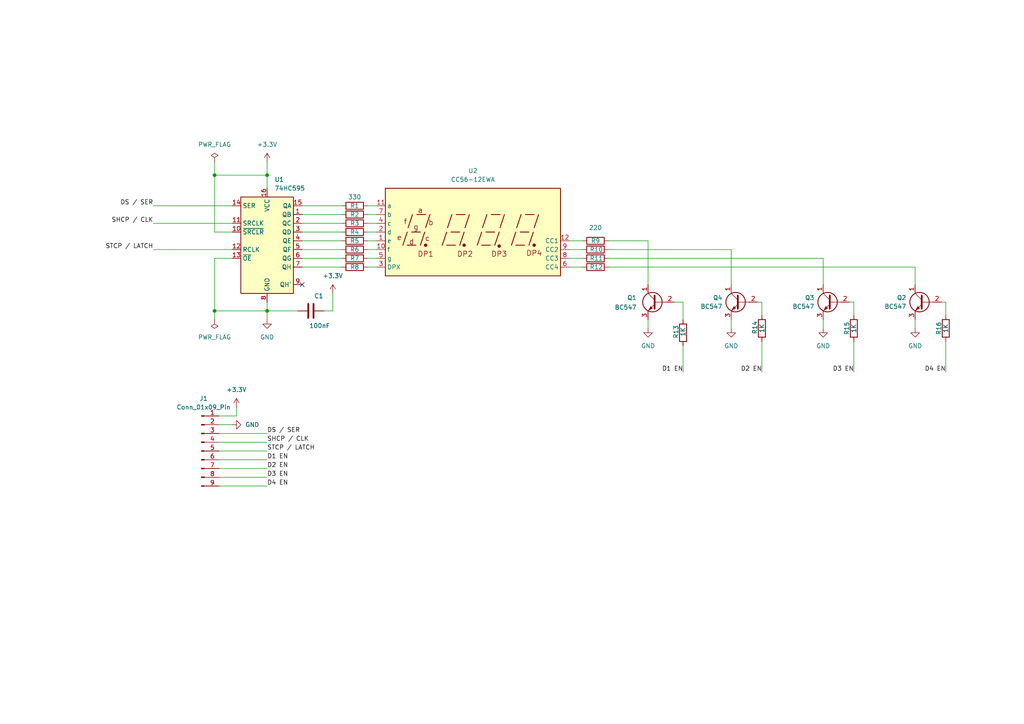
<source format=kicad_sch>
(kicad_sch
	(version 20250114)
	(generator "eeschema")
	(generator_version "9.0")
	(uuid "5218d231-4407-4c0c-806d-46ab92162a92")
	(paper "A4")
	(lib_symbols
		(symbol "74xx:74HC595"
			(exclude_from_sim no)
			(in_bom yes)
			(on_board yes)
			(property "Reference" "U"
				(at -7.62 13.97 0)
				(effects
					(font
						(size 1.27 1.27)
					)
				)
			)
			(property "Value" "74HC595"
				(at -7.62 -16.51 0)
				(effects
					(font
						(size 1.27 1.27)
					)
				)
			)
			(property "Footprint" ""
				(at 0 0 0)
				(effects
					(font
						(size 1.27 1.27)
					)
					(hide yes)
				)
			)
			(property "Datasheet" "http://www.ti.com/lit/ds/symlink/sn74hc595.pdf"
				(at 0 0 0)
				(effects
					(font
						(size 1.27 1.27)
					)
					(hide yes)
				)
			)
			(property "Description" "8-bit serial in/out Shift Register 3-State Outputs"
				(at 0 0 0)
				(effects
					(font
						(size 1.27 1.27)
					)
					(hide yes)
				)
			)
			(property "ki_keywords" "HCMOS SR 3State"
				(at 0 0 0)
				(effects
					(font
						(size 1.27 1.27)
					)
					(hide yes)
				)
			)
			(property "ki_fp_filters" "DIP*W7.62mm* SOIC*3.9x9.9mm*P1.27mm* TSSOP*4.4x5mm*P0.65mm* SOIC*5.3x10.2mm*P1.27mm* SOIC*7.5x10.3mm*P1.27mm*"
				(at 0 0 0)
				(effects
					(font
						(size 1.27 1.27)
					)
					(hide yes)
				)
			)
			(symbol "74HC595_1_0"
				(pin input line
					(at -10.16 10.16 0)
					(length 2.54)
					(name "SER"
						(effects
							(font
								(size 1.27 1.27)
							)
						)
					)
					(number "14"
						(effects
							(font
								(size 1.27 1.27)
							)
						)
					)
				)
				(pin input line
					(at -10.16 5.08 0)
					(length 2.54)
					(name "SRCLK"
						(effects
							(font
								(size 1.27 1.27)
							)
						)
					)
					(number "11"
						(effects
							(font
								(size 1.27 1.27)
							)
						)
					)
				)
				(pin input line
					(at -10.16 2.54 0)
					(length 2.54)
					(name "~{SRCLR}"
						(effects
							(font
								(size 1.27 1.27)
							)
						)
					)
					(number "10"
						(effects
							(font
								(size 1.27 1.27)
							)
						)
					)
				)
				(pin input line
					(at -10.16 -2.54 0)
					(length 2.54)
					(name "RCLK"
						(effects
							(font
								(size 1.27 1.27)
							)
						)
					)
					(number "12"
						(effects
							(font
								(size 1.27 1.27)
							)
						)
					)
				)
				(pin input line
					(at -10.16 -5.08 0)
					(length 2.54)
					(name "~{OE}"
						(effects
							(font
								(size 1.27 1.27)
							)
						)
					)
					(number "13"
						(effects
							(font
								(size 1.27 1.27)
							)
						)
					)
				)
				(pin power_in line
					(at 0 15.24 270)
					(length 2.54)
					(name "VCC"
						(effects
							(font
								(size 1.27 1.27)
							)
						)
					)
					(number "16"
						(effects
							(font
								(size 1.27 1.27)
							)
						)
					)
				)
				(pin power_in line
					(at 0 -17.78 90)
					(length 2.54)
					(name "GND"
						(effects
							(font
								(size 1.27 1.27)
							)
						)
					)
					(number "8"
						(effects
							(font
								(size 1.27 1.27)
							)
						)
					)
				)
				(pin tri_state line
					(at 10.16 10.16 180)
					(length 2.54)
					(name "QA"
						(effects
							(font
								(size 1.27 1.27)
							)
						)
					)
					(number "15"
						(effects
							(font
								(size 1.27 1.27)
							)
						)
					)
				)
				(pin tri_state line
					(at 10.16 7.62 180)
					(length 2.54)
					(name "QB"
						(effects
							(font
								(size 1.27 1.27)
							)
						)
					)
					(number "1"
						(effects
							(font
								(size 1.27 1.27)
							)
						)
					)
				)
				(pin tri_state line
					(at 10.16 5.08 180)
					(length 2.54)
					(name "QC"
						(effects
							(font
								(size 1.27 1.27)
							)
						)
					)
					(number "2"
						(effects
							(font
								(size 1.27 1.27)
							)
						)
					)
				)
				(pin tri_state line
					(at 10.16 2.54 180)
					(length 2.54)
					(name "QD"
						(effects
							(font
								(size 1.27 1.27)
							)
						)
					)
					(number "3"
						(effects
							(font
								(size 1.27 1.27)
							)
						)
					)
				)
				(pin tri_state line
					(at 10.16 0 180)
					(length 2.54)
					(name "QE"
						(effects
							(font
								(size 1.27 1.27)
							)
						)
					)
					(number "4"
						(effects
							(font
								(size 1.27 1.27)
							)
						)
					)
				)
				(pin tri_state line
					(at 10.16 -2.54 180)
					(length 2.54)
					(name "QF"
						(effects
							(font
								(size 1.27 1.27)
							)
						)
					)
					(number "5"
						(effects
							(font
								(size 1.27 1.27)
							)
						)
					)
				)
				(pin tri_state line
					(at 10.16 -5.08 180)
					(length 2.54)
					(name "QG"
						(effects
							(font
								(size 1.27 1.27)
							)
						)
					)
					(number "6"
						(effects
							(font
								(size 1.27 1.27)
							)
						)
					)
				)
				(pin tri_state line
					(at 10.16 -7.62 180)
					(length 2.54)
					(name "QH"
						(effects
							(font
								(size 1.27 1.27)
							)
						)
					)
					(number "7"
						(effects
							(font
								(size 1.27 1.27)
							)
						)
					)
				)
				(pin output line
					(at 10.16 -12.7 180)
					(length 2.54)
					(name "QH'"
						(effects
							(font
								(size 1.27 1.27)
							)
						)
					)
					(number "9"
						(effects
							(font
								(size 1.27 1.27)
							)
						)
					)
				)
			)
			(symbol "74HC595_1_1"
				(rectangle
					(start -7.62 12.7)
					(end 7.62 -15.24)
					(stroke
						(width 0.254)
						(type default)
					)
					(fill
						(type background)
					)
				)
			)
			(embedded_fonts no)
		)
		(symbol "Connector:Conn_01x09_Pin"
			(pin_names
				(offset 1.016)
				(hide yes)
			)
			(exclude_from_sim no)
			(in_bom yes)
			(on_board yes)
			(property "Reference" "J"
				(at 0 12.7 0)
				(effects
					(font
						(size 1.27 1.27)
					)
				)
			)
			(property "Value" "Conn_01x09_Pin"
				(at 0 -12.7 0)
				(effects
					(font
						(size 1.27 1.27)
					)
				)
			)
			(property "Footprint" ""
				(at 0 0 0)
				(effects
					(font
						(size 1.27 1.27)
					)
					(hide yes)
				)
			)
			(property "Datasheet" "~"
				(at 0 0 0)
				(effects
					(font
						(size 1.27 1.27)
					)
					(hide yes)
				)
			)
			(property "Description" "Generic connector, single row, 01x09, script generated"
				(at 0 0 0)
				(effects
					(font
						(size 1.27 1.27)
					)
					(hide yes)
				)
			)
			(property "ki_locked" ""
				(at 0 0 0)
				(effects
					(font
						(size 1.27 1.27)
					)
				)
			)
			(property "ki_keywords" "connector"
				(at 0 0 0)
				(effects
					(font
						(size 1.27 1.27)
					)
					(hide yes)
				)
			)
			(property "ki_fp_filters" "Connector*:*_1x??_*"
				(at 0 0 0)
				(effects
					(font
						(size 1.27 1.27)
					)
					(hide yes)
				)
			)
			(symbol "Conn_01x09_Pin_1_1"
				(rectangle
					(start 0.8636 10.287)
					(end 0 10.033)
					(stroke
						(width 0.1524)
						(type default)
					)
					(fill
						(type outline)
					)
				)
				(rectangle
					(start 0.8636 7.747)
					(end 0 7.493)
					(stroke
						(width 0.1524)
						(type default)
					)
					(fill
						(type outline)
					)
				)
				(rectangle
					(start 0.8636 5.207)
					(end 0 4.953)
					(stroke
						(width 0.1524)
						(type default)
					)
					(fill
						(type outline)
					)
				)
				(rectangle
					(start 0.8636 2.667)
					(end 0 2.413)
					(stroke
						(width 0.1524)
						(type default)
					)
					(fill
						(type outline)
					)
				)
				(rectangle
					(start 0.8636 0.127)
					(end 0 -0.127)
					(stroke
						(width 0.1524)
						(type default)
					)
					(fill
						(type outline)
					)
				)
				(rectangle
					(start 0.8636 -2.413)
					(end 0 -2.667)
					(stroke
						(width 0.1524)
						(type default)
					)
					(fill
						(type outline)
					)
				)
				(rectangle
					(start 0.8636 -4.953)
					(end 0 -5.207)
					(stroke
						(width 0.1524)
						(type default)
					)
					(fill
						(type outline)
					)
				)
				(rectangle
					(start 0.8636 -7.493)
					(end 0 -7.747)
					(stroke
						(width 0.1524)
						(type default)
					)
					(fill
						(type outline)
					)
				)
				(rectangle
					(start 0.8636 -10.033)
					(end 0 -10.287)
					(stroke
						(width 0.1524)
						(type default)
					)
					(fill
						(type outline)
					)
				)
				(polyline
					(pts
						(xy 1.27 10.16) (xy 0.8636 10.16)
					)
					(stroke
						(width 0.1524)
						(type default)
					)
					(fill
						(type none)
					)
				)
				(polyline
					(pts
						(xy 1.27 7.62) (xy 0.8636 7.62)
					)
					(stroke
						(width 0.1524)
						(type default)
					)
					(fill
						(type none)
					)
				)
				(polyline
					(pts
						(xy 1.27 5.08) (xy 0.8636 5.08)
					)
					(stroke
						(width 0.1524)
						(type default)
					)
					(fill
						(type none)
					)
				)
				(polyline
					(pts
						(xy 1.27 2.54) (xy 0.8636 2.54)
					)
					(stroke
						(width 0.1524)
						(type default)
					)
					(fill
						(type none)
					)
				)
				(polyline
					(pts
						(xy 1.27 0) (xy 0.8636 0)
					)
					(stroke
						(width 0.1524)
						(type default)
					)
					(fill
						(type none)
					)
				)
				(polyline
					(pts
						(xy 1.27 -2.54) (xy 0.8636 -2.54)
					)
					(stroke
						(width 0.1524)
						(type default)
					)
					(fill
						(type none)
					)
				)
				(polyline
					(pts
						(xy 1.27 -5.08) (xy 0.8636 -5.08)
					)
					(stroke
						(width 0.1524)
						(type default)
					)
					(fill
						(type none)
					)
				)
				(polyline
					(pts
						(xy 1.27 -7.62) (xy 0.8636 -7.62)
					)
					(stroke
						(width 0.1524)
						(type default)
					)
					(fill
						(type none)
					)
				)
				(polyline
					(pts
						(xy 1.27 -10.16) (xy 0.8636 -10.16)
					)
					(stroke
						(width 0.1524)
						(type default)
					)
					(fill
						(type none)
					)
				)
				(pin passive line
					(at 5.08 10.16 180)
					(length 3.81)
					(name "Pin_1"
						(effects
							(font
								(size 1.27 1.27)
							)
						)
					)
					(number "1"
						(effects
							(font
								(size 1.27 1.27)
							)
						)
					)
				)
				(pin passive line
					(at 5.08 7.62 180)
					(length 3.81)
					(name "Pin_2"
						(effects
							(font
								(size 1.27 1.27)
							)
						)
					)
					(number "2"
						(effects
							(font
								(size 1.27 1.27)
							)
						)
					)
				)
				(pin passive line
					(at 5.08 5.08 180)
					(length 3.81)
					(name "Pin_3"
						(effects
							(font
								(size 1.27 1.27)
							)
						)
					)
					(number "3"
						(effects
							(font
								(size 1.27 1.27)
							)
						)
					)
				)
				(pin passive line
					(at 5.08 2.54 180)
					(length 3.81)
					(name "Pin_4"
						(effects
							(font
								(size 1.27 1.27)
							)
						)
					)
					(number "4"
						(effects
							(font
								(size 1.27 1.27)
							)
						)
					)
				)
				(pin passive line
					(at 5.08 0 180)
					(length 3.81)
					(name "Pin_5"
						(effects
							(font
								(size 1.27 1.27)
							)
						)
					)
					(number "5"
						(effects
							(font
								(size 1.27 1.27)
							)
						)
					)
				)
				(pin passive line
					(at 5.08 -2.54 180)
					(length 3.81)
					(name "Pin_6"
						(effects
							(font
								(size 1.27 1.27)
							)
						)
					)
					(number "6"
						(effects
							(font
								(size 1.27 1.27)
							)
						)
					)
				)
				(pin passive line
					(at 5.08 -5.08 180)
					(length 3.81)
					(name "Pin_7"
						(effects
							(font
								(size 1.27 1.27)
							)
						)
					)
					(number "7"
						(effects
							(font
								(size 1.27 1.27)
							)
						)
					)
				)
				(pin passive line
					(at 5.08 -7.62 180)
					(length 3.81)
					(name "Pin_8"
						(effects
							(font
								(size 1.27 1.27)
							)
						)
					)
					(number "8"
						(effects
							(font
								(size 1.27 1.27)
							)
						)
					)
				)
				(pin passive line
					(at 5.08 -10.16 180)
					(length 3.81)
					(name "Pin_9"
						(effects
							(font
								(size 1.27 1.27)
							)
						)
					)
					(number "9"
						(effects
							(font
								(size 1.27 1.27)
							)
						)
					)
				)
			)
			(embedded_fonts no)
		)
		(symbol "Device:C"
			(pin_numbers
				(hide yes)
			)
			(pin_names
				(offset 0.254)
			)
			(exclude_from_sim no)
			(in_bom yes)
			(on_board yes)
			(property "Reference" "C"
				(at 0.635 2.54 0)
				(effects
					(font
						(size 1.27 1.27)
					)
					(justify left)
				)
			)
			(property "Value" "C"
				(at 0.635 -2.54 0)
				(effects
					(font
						(size 1.27 1.27)
					)
					(justify left)
				)
			)
			(property "Footprint" ""
				(at 0.9652 -3.81 0)
				(effects
					(font
						(size 1.27 1.27)
					)
					(hide yes)
				)
			)
			(property "Datasheet" "~"
				(at 0 0 0)
				(effects
					(font
						(size 1.27 1.27)
					)
					(hide yes)
				)
			)
			(property "Description" "Unpolarized capacitor"
				(at 0 0 0)
				(effects
					(font
						(size 1.27 1.27)
					)
					(hide yes)
				)
			)
			(property "ki_keywords" "cap capacitor"
				(at 0 0 0)
				(effects
					(font
						(size 1.27 1.27)
					)
					(hide yes)
				)
			)
			(property "ki_fp_filters" "C_*"
				(at 0 0 0)
				(effects
					(font
						(size 1.27 1.27)
					)
					(hide yes)
				)
			)
			(symbol "C_0_1"
				(polyline
					(pts
						(xy -2.032 0.762) (xy 2.032 0.762)
					)
					(stroke
						(width 0.508)
						(type default)
					)
					(fill
						(type none)
					)
				)
				(polyline
					(pts
						(xy -2.032 -0.762) (xy 2.032 -0.762)
					)
					(stroke
						(width 0.508)
						(type default)
					)
					(fill
						(type none)
					)
				)
			)
			(symbol "C_1_1"
				(pin passive line
					(at 0 3.81 270)
					(length 2.794)
					(name "~"
						(effects
							(font
								(size 1.27 1.27)
							)
						)
					)
					(number "1"
						(effects
							(font
								(size 1.27 1.27)
							)
						)
					)
				)
				(pin passive line
					(at 0 -3.81 90)
					(length 2.794)
					(name "~"
						(effects
							(font
								(size 1.27 1.27)
							)
						)
					)
					(number "2"
						(effects
							(font
								(size 1.27 1.27)
							)
						)
					)
				)
			)
			(embedded_fonts no)
		)
		(symbol "Device:R"
			(pin_numbers
				(hide yes)
			)
			(pin_names
				(offset 0)
			)
			(exclude_from_sim no)
			(in_bom yes)
			(on_board yes)
			(property "Reference" "R"
				(at 2.032 0 90)
				(effects
					(font
						(size 1.27 1.27)
					)
				)
			)
			(property "Value" "R"
				(at 0 0 90)
				(effects
					(font
						(size 1.27 1.27)
					)
				)
			)
			(property "Footprint" ""
				(at -1.778 0 90)
				(effects
					(font
						(size 1.27 1.27)
					)
					(hide yes)
				)
			)
			(property "Datasheet" "~"
				(at 0 0 0)
				(effects
					(font
						(size 1.27 1.27)
					)
					(hide yes)
				)
			)
			(property "Description" "Resistor"
				(at 0 0 0)
				(effects
					(font
						(size 1.27 1.27)
					)
					(hide yes)
				)
			)
			(property "ki_keywords" "R res resistor"
				(at 0 0 0)
				(effects
					(font
						(size 1.27 1.27)
					)
					(hide yes)
				)
			)
			(property "ki_fp_filters" "R_*"
				(at 0 0 0)
				(effects
					(font
						(size 1.27 1.27)
					)
					(hide yes)
				)
			)
			(symbol "R_0_1"
				(rectangle
					(start -1.016 -2.54)
					(end 1.016 2.54)
					(stroke
						(width 0.254)
						(type default)
					)
					(fill
						(type none)
					)
				)
			)
			(symbol "R_1_1"
				(pin passive line
					(at 0 3.81 270)
					(length 1.27)
					(name "~"
						(effects
							(font
								(size 1.27 1.27)
							)
						)
					)
					(number "1"
						(effects
							(font
								(size 1.27 1.27)
							)
						)
					)
				)
				(pin passive line
					(at 0 -3.81 90)
					(length 1.27)
					(name "~"
						(effects
							(font
								(size 1.27 1.27)
							)
						)
					)
					(number "2"
						(effects
							(font
								(size 1.27 1.27)
							)
						)
					)
				)
			)
			(embedded_fonts no)
		)
		(symbol "Display_Character:CC56-12EWA"
			(exclude_from_sim no)
			(in_bom yes)
			(on_board yes)
			(property "Reference" "U"
				(at -24.13 13.97 0)
				(effects
					(font
						(size 1.27 1.27)
					)
				)
			)
			(property "Value" "CC56-12EWA"
				(at 19.05 13.97 0)
				(effects
					(font
						(size 1.27 1.27)
					)
				)
			)
			(property "Footprint" "Display_7Segment:CA56-12EWA"
				(at 0 -15.24 0)
				(effects
					(font
						(size 1.27 1.27)
					)
					(hide yes)
				)
			)
			(property "Datasheet" "http://www.kingbrightusa.com/images/catalog/SPEC/CA56-12EWA.pdf"
				(at -10.922 0.762 0)
				(effects
					(font
						(size 1.27 1.27)
					)
					(hide yes)
				)
			)
			(property "Description" "4 digit 7 segment high efficiency red LED, common cathode"
				(at 0 0 0)
				(effects
					(font
						(size 1.27 1.27)
					)
					(hide yes)
				)
			)
			(property "ki_keywords" "display LED 7-segment"
				(at 0 0 0)
				(effects
					(font
						(size 1.27 1.27)
					)
					(hide yes)
				)
			)
			(property "ki_fp_filters" "*CA56*12EWA*"
				(at 0 0 0)
				(effects
					(font
						(size 1.27 1.27)
					)
					(hide yes)
				)
			)
			(symbol "CC56-12EWA_0_0"
				(rectangle
					(start -25.4 12.7)
					(end 25.4 -12.7)
					(stroke
						(width 0.254)
						(type default)
					)
					(fill
						(type background)
					)
				)
				(polyline
					(pts
						(xy -20.32 -3.81) (xy -19.05 0)
					)
					(stroke
						(width 0.254)
						(type default)
					)
					(fill
						(type none)
					)
				)
				(polyline
					(pts
						(xy -19.05 -3.81) (xy -16.51 -3.81)
					)
					(stroke
						(width 0.254)
						(type default)
					)
					(fill
						(type none)
					)
				)
				(polyline
					(pts
						(xy -18.796 1.27) (xy -17.526 5.08)
					)
					(stroke
						(width 0.254)
						(type default)
					)
					(fill
						(type none)
					)
				)
				(polyline
					(pts
						(xy -17.78 0) (xy -15.24 0)
					)
					(stroke
						(width 0.254)
						(type default)
					)
					(fill
						(type none)
					)
				)
				(polyline
					(pts
						(xy -16.256 5.08) (xy -13.716 5.08)
					)
					(stroke
						(width 0.254)
						(type default)
					)
					(fill
						(type none)
					)
				)
				(polyline
					(pts
						(xy -15.24 -3.81) (xy -13.97 0)
					)
					(stroke
						(width 0.254)
						(type default)
					)
					(fill
						(type none)
					)
				)
				(polyline
					(pts
						(xy -13.716 1.27) (xy -12.446 5.08)
					)
					(stroke
						(width 0.254)
						(type default)
					)
					(fill
						(type none)
					)
				)
				(polyline
					(pts
						(xy -8.89 -3.81) (xy -7.62 0)
					)
					(stroke
						(width 0.254)
						(type default)
					)
					(fill
						(type none)
					)
				)
				(polyline
					(pts
						(xy -7.62 -3.81) (xy -5.08 -3.81)
					)
					(stroke
						(width 0.254)
						(type default)
					)
					(fill
						(type none)
					)
				)
				(polyline
					(pts
						(xy -7.366 1.27) (xy -6.096 5.08)
					)
					(stroke
						(width 0.254)
						(type default)
					)
					(fill
						(type none)
					)
				)
				(polyline
					(pts
						(xy -6.35 0) (xy -3.81 0)
					)
					(stroke
						(width 0.254)
						(type default)
					)
					(fill
						(type none)
					)
				)
				(polyline
					(pts
						(xy -4.826 5.08) (xy -2.286 5.08)
					)
					(stroke
						(width 0.254)
						(type default)
					)
					(fill
						(type none)
					)
				)
				(polyline
					(pts
						(xy -3.81 -3.81) (xy -2.54 0)
					)
					(stroke
						(width 0.254)
						(type default)
					)
					(fill
						(type none)
					)
				)
				(polyline
					(pts
						(xy -2.286 1.27) (xy -1.016 5.08)
					)
					(stroke
						(width 0.254)
						(type default)
					)
					(fill
						(type none)
					)
				)
				(polyline
					(pts
						(xy 1.27 -3.81) (xy 2.54 0)
					)
					(stroke
						(width 0.254)
						(type default)
					)
					(fill
						(type none)
					)
				)
				(polyline
					(pts
						(xy 2.54 -3.81) (xy 5.08 -3.81)
					)
					(stroke
						(width 0.254)
						(type default)
					)
					(fill
						(type none)
					)
				)
				(polyline
					(pts
						(xy 2.794 1.27) (xy 4.064 5.08)
					)
					(stroke
						(width 0.254)
						(type default)
					)
					(fill
						(type none)
					)
				)
				(polyline
					(pts
						(xy 3.81 0) (xy 6.35 0)
					)
					(stroke
						(width 0.254)
						(type default)
					)
					(fill
						(type none)
					)
				)
				(polyline
					(pts
						(xy 5.334 5.08) (xy 7.874 5.08)
					)
					(stroke
						(width 0.254)
						(type default)
					)
					(fill
						(type none)
					)
				)
				(polyline
					(pts
						(xy 6.35 -3.81) (xy 7.62 0)
					)
					(stroke
						(width 0.254)
						(type default)
					)
					(fill
						(type none)
					)
				)
				(polyline
					(pts
						(xy 7.874 1.27) (xy 9.144 5.08)
					)
					(stroke
						(width 0.254)
						(type default)
					)
					(fill
						(type none)
					)
				)
				(polyline
					(pts
						(xy 11.176 -3.81) (xy 12.446 0)
					)
					(stroke
						(width 0.254)
						(type default)
					)
					(fill
						(type none)
					)
				)
				(polyline
					(pts
						(xy 12.446 -3.81) (xy 14.986 -3.81)
					)
					(stroke
						(width 0.254)
						(type default)
					)
					(fill
						(type none)
					)
				)
				(polyline
					(pts
						(xy 12.7 1.27) (xy 13.97 5.08)
					)
					(stroke
						(width 0.254)
						(type default)
					)
					(fill
						(type none)
					)
				)
				(polyline
					(pts
						(xy 13.716 0) (xy 16.256 0)
					)
					(stroke
						(width 0.254)
						(type default)
					)
					(fill
						(type none)
					)
				)
				(polyline
					(pts
						(xy 15.24 5.08) (xy 17.78 5.08)
					)
					(stroke
						(width 0.254)
						(type default)
					)
					(fill
						(type none)
					)
				)
				(polyline
					(pts
						(xy 16.256 -3.81) (xy 17.526 0)
					)
					(stroke
						(width 0.254)
						(type default)
					)
					(fill
						(type none)
					)
				)
				(polyline
					(pts
						(xy 17.78 1.27) (xy 19.05 5.08)
					)
					(stroke
						(width 0.254)
						(type default)
					)
					(fill
						(type none)
					)
				)
				(text "e"
					(at -21.336 -1.524 0)
					(effects
						(font
							(size 1.524 1.524)
						)
					)
				)
				(text "f"
					(at -19.558 3.048 0)
					(effects
						(font
							(size 1.524 1.524)
						)
					)
				)
				(text "d"
					(at -17.78 -2.794 0)
					(effects
						(font
							(size 1.524 1.524)
						)
					)
				)
				(text "g"
					(at -16.51 1.524 0)
					(effects
						(font
							(size 1.524 1.524)
						)
					)
				)
				(text "a"
					(at -15.24 6.35 0)
					(effects
						(font
							(size 1.524 1.524)
						)
					)
				)
				(text "DP1"
					(at -13.716 -6.35 0)
					(effects
						(font
							(size 1.524 1.524)
						)
					)
				)
				(text "c"
					(at -13.208 -1.778 0)
					(effects
						(font
							(size 1.524 1.524)
						)
					)
				)
				(text "b"
					(at -12.192 2.794 0)
					(effects
						(font
							(size 1.524 1.524)
						)
					)
				)
				(text "DP2"
					(at -2.286 -6.35 0)
					(effects
						(font
							(size 1.524 1.524)
						)
					)
				)
				(text "DP3"
					(at 7.62 -6.35 0)
					(effects
						(font
							(size 1.524 1.524)
						)
					)
				)
				(text "DP4"
					(at 17.78 -6.096 0)
					(effects
						(font
							(size 1.524 1.524)
						)
					)
				)
			)
			(symbol "CC56-12EWA_0_1"
				(circle
					(center -13.716 -3.81)
					(radius 0.3556)
					(stroke
						(width 0.254)
						(type default)
					)
					(fill
						(type outline)
					)
				)
				(circle
					(center -2.54 -3.81)
					(radius 0.3556)
					(stroke
						(width 0.254)
						(type default)
					)
					(fill
						(type outline)
					)
				)
			)
			(symbol "CC56-12EWA_1_0"
				(circle
					(center 7.62 -4.064)
					(radius 0.3556)
					(stroke
						(width 0.254)
						(type default)
					)
					(fill
						(type outline)
					)
				)
				(circle
					(center 17.78 -3.81)
					(radius 0.3556)
					(stroke
						(width 0.254)
						(type default)
					)
					(fill
						(type outline)
					)
				)
			)
			(symbol "CC56-12EWA_1_1"
				(pin input line
					(at -27.94 7.62 0)
					(length 2.54)
					(name "a"
						(effects
							(font
								(size 1.27 1.27)
							)
						)
					)
					(number "11"
						(effects
							(font
								(size 1.27 1.27)
							)
						)
					)
				)
				(pin input line
					(at -27.94 5.08 0)
					(length 2.54)
					(name "b"
						(effects
							(font
								(size 1.27 1.27)
							)
						)
					)
					(number "7"
						(effects
							(font
								(size 1.27 1.27)
							)
						)
					)
				)
				(pin input line
					(at -27.94 2.54 0)
					(length 2.54)
					(name "c"
						(effects
							(font
								(size 1.27 1.27)
							)
						)
					)
					(number "4"
						(effects
							(font
								(size 1.27 1.27)
							)
						)
					)
				)
				(pin input line
					(at -27.94 0 0)
					(length 2.54)
					(name "d"
						(effects
							(font
								(size 1.27 1.27)
							)
						)
					)
					(number "2"
						(effects
							(font
								(size 1.27 1.27)
							)
						)
					)
				)
				(pin input line
					(at -27.94 -2.54 0)
					(length 2.54)
					(name "e"
						(effects
							(font
								(size 1.27 1.27)
							)
						)
					)
					(number "1"
						(effects
							(font
								(size 1.27 1.27)
							)
						)
					)
				)
				(pin input line
					(at -27.94 -5.08 0)
					(length 2.54)
					(name "f"
						(effects
							(font
								(size 1.27 1.27)
							)
						)
					)
					(number "10"
						(effects
							(font
								(size 1.27 1.27)
							)
						)
					)
				)
				(pin input line
					(at -27.94 -7.62 0)
					(length 2.54)
					(name "g"
						(effects
							(font
								(size 1.27 1.27)
							)
						)
					)
					(number "5"
						(effects
							(font
								(size 1.27 1.27)
							)
						)
					)
				)
				(pin input line
					(at -27.94 -10.16 0)
					(length 2.54)
					(name "DPX"
						(effects
							(font
								(size 1.27 1.27)
							)
						)
					)
					(number "3"
						(effects
							(font
								(size 1.27 1.27)
							)
						)
					)
				)
				(pin input line
					(at 27.94 -2.54 180)
					(length 2.54)
					(name "CC1"
						(effects
							(font
								(size 1.27 1.27)
							)
						)
					)
					(number "12"
						(effects
							(font
								(size 1.27 1.27)
							)
						)
					)
				)
				(pin input line
					(at 27.94 -5.08 180)
					(length 2.54)
					(name "CC2"
						(effects
							(font
								(size 1.27 1.27)
							)
						)
					)
					(number "9"
						(effects
							(font
								(size 1.27 1.27)
							)
						)
					)
				)
				(pin input line
					(at 27.94 -7.62 180)
					(length 2.54)
					(name "CC3"
						(effects
							(font
								(size 1.27 1.27)
							)
						)
					)
					(number "8"
						(effects
							(font
								(size 1.27 1.27)
							)
						)
					)
				)
				(pin input line
					(at 27.94 -10.16 180)
					(length 2.54)
					(name "CC4"
						(effects
							(font
								(size 1.27 1.27)
							)
						)
					)
					(number "6"
						(effects
							(font
								(size 1.27 1.27)
							)
						)
					)
				)
			)
			(embedded_fonts no)
		)
		(symbol "Transistor_BJT:BC547"
			(pin_names
				(offset 0)
				(hide yes)
			)
			(exclude_from_sim no)
			(in_bom yes)
			(on_board yes)
			(property "Reference" "Q"
				(at 5.08 1.905 0)
				(effects
					(font
						(size 1.27 1.27)
					)
					(justify left)
				)
			)
			(property "Value" "BC547"
				(at 5.08 0 0)
				(effects
					(font
						(size 1.27 1.27)
					)
					(justify left)
				)
			)
			(property "Footprint" "Package_TO_SOT_THT:TO-92_Inline"
				(at 5.08 -1.905 0)
				(effects
					(font
						(size 1.27 1.27)
						(italic yes)
					)
					(justify left)
					(hide yes)
				)
			)
			(property "Datasheet" "https://www.onsemi.com/pub/Collateral/BC550-D.pdf"
				(at 0 0 0)
				(effects
					(font
						(size 1.27 1.27)
					)
					(justify left)
					(hide yes)
				)
			)
			(property "Description" "0.1A Ic, 45V Vce, Small Signal NPN Transistor, TO-92"
				(at 0 0 0)
				(effects
					(font
						(size 1.27 1.27)
					)
					(hide yes)
				)
			)
			(property "ki_keywords" "NPN Transistor"
				(at 0 0 0)
				(effects
					(font
						(size 1.27 1.27)
					)
					(hide yes)
				)
			)
			(property "ki_fp_filters" "TO?92*"
				(at 0 0 0)
				(effects
					(font
						(size 1.27 1.27)
					)
					(hide yes)
				)
			)
			(symbol "BC547_0_1"
				(polyline
					(pts
						(xy -2.54 0) (xy 0.635 0)
					)
					(stroke
						(width 0)
						(type default)
					)
					(fill
						(type none)
					)
				)
				(polyline
					(pts
						(xy 0.635 1.905) (xy 0.635 -1.905)
					)
					(stroke
						(width 0.508)
						(type default)
					)
					(fill
						(type none)
					)
				)
				(circle
					(center 1.27 0)
					(radius 2.8194)
					(stroke
						(width 0.254)
						(type default)
					)
					(fill
						(type none)
					)
				)
			)
			(symbol "BC547_1_1"
				(polyline
					(pts
						(xy 0.635 0.635) (xy 2.54 2.54)
					)
					(stroke
						(width 0)
						(type default)
					)
					(fill
						(type none)
					)
				)
				(polyline
					(pts
						(xy 0.635 -0.635) (xy 2.54 -2.54)
					)
					(stroke
						(width 0)
						(type default)
					)
					(fill
						(type none)
					)
				)
				(polyline
					(pts
						(xy 1.27 -1.778) (xy 1.778 -1.27) (xy 2.286 -2.286) (xy 1.27 -1.778)
					)
					(stroke
						(width 0)
						(type default)
					)
					(fill
						(type outline)
					)
				)
				(pin input line
					(at -5.08 0 0)
					(length 2.54)
					(name "B"
						(effects
							(font
								(size 1.27 1.27)
							)
						)
					)
					(number "2"
						(effects
							(font
								(size 1.27 1.27)
							)
						)
					)
				)
				(pin passive line
					(at 2.54 5.08 270)
					(length 2.54)
					(name "C"
						(effects
							(font
								(size 1.27 1.27)
							)
						)
					)
					(number "1"
						(effects
							(font
								(size 1.27 1.27)
							)
						)
					)
				)
				(pin passive line
					(at 2.54 -5.08 90)
					(length 2.54)
					(name "E"
						(effects
							(font
								(size 1.27 1.27)
							)
						)
					)
					(number "3"
						(effects
							(font
								(size 1.27 1.27)
							)
						)
					)
				)
			)
			(embedded_fonts no)
		)
		(symbol "power:+3.3V"
			(power)
			(pin_numbers
				(hide yes)
			)
			(pin_names
				(offset 0)
				(hide yes)
			)
			(exclude_from_sim no)
			(in_bom yes)
			(on_board yes)
			(property "Reference" "#PWR"
				(at 0 -3.81 0)
				(effects
					(font
						(size 1.27 1.27)
					)
					(hide yes)
				)
			)
			(property "Value" "+3.3V"
				(at 0 3.556 0)
				(effects
					(font
						(size 1.27 1.27)
					)
				)
			)
			(property "Footprint" ""
				(at 0 0 0)
				(effects
					(font
						(size 1.27 1.27)
					)
					(hide yes)
				)
			)
			(property "Datasheet" ""
				(at 0 0 0)
				(effects
					(font
						(size 1.27 1.27)
					)
					(hide yes)
				)
			)
			(property "Description" "Power symbol creates a global label with name \"+3.3V\""
				(at 0 0 0)
				(effects
					(font
						(size 1.27 1.27)
					)
					(hide yes)
				)
			)
			(property "ki_keywords" "global power"
				(at 0 0 0)
				(effects
					(font
						(size 1.27 1.27)
					)
					(hide yes)
				)
			)
			(symbol "+3.3V_0_1"
				(polyline
					(pts
						(xy -0.762 1.27) (xy 0 2.54)
					)
					(stroke
						(width 0)
						(type default)
					)
					(fill
						(type none)
					)
				)
				(polyline
					(pts
						(xy 0 2.54) (xy 0.762 1.27)
					)
					(stroke
						(width 0)
						(type default)
					)
					(fill
						(type none)
					)
				)
				(polyline
					(pts
						(xy 0 0) (xy 0 2.54)
					)
					(stroke
						(width 0)
						(type default)
					)
					(fill
						(type none)
					)
				)
			)
			(symbol "+3.3V_1_1"
				(pin power_in line
					(at 0 0 90)
					(length 0)
					(name "~"
						(effects
							(font
								(size 1.27 1.27)
							)
						)
					)
					(number "1"
						(effects
							(font
								(size 1.27 1.27)
							)
						)
					)
				)
			)
			(embedded_fonts no)
		)
		(symbol "power:GND"
			(power)
			(pin_numbers
				(hide yes)
			)
			(pin_names
				(offset 0)
				(hide yes)
			)
			(exclude_from_sim no)
			(in_bom yes)
			(on_board yes)
			(property "Reference" "#PWR"
				(at 0 -6.35 0)
				(effects
					(font
						(size 1.27 1.27)
					)
					(hide yes)
				)
			)
			(property "Value" "GND"
				(at 0 -3.81 0)
				(effects
					(font
						(size 1.27 1.27)
					)
				)
			)
			(property "Footprint" ""
				(at 0 0 0)
				(effects
					(font
						(size 1.27 1.27)
					)
					(hide yes)
				)
			)
			(property "Datasheet" ""
				(at 0 0 0)
				(effects
					(font
						(size 1.27 1.27)
					)
					(hide yes)
				)
			)
			(property "Description" "Power symbol creates a global label with name \"GND\" , ground"
				(at 0 0 0)
				(effects
					(font
						(size 1.27 1.27)
					)
					(hide yes)
				)
			)
			(property "ki_keywords" "global power"
				(at 0 0 0)
				(effects
					(font
						(size 1.27 1.27)
					)
					(hide yes)
				)
			)
			(symbol "GND_0_1"
				(polyline
					(pts
						(xy 0 0) (xy 0 -1.27) (xy 1.27 -1.27) (xy 0 -2.54) (xy -1.27 -1.27) (xy 0 -1.27)
					)
					(stroke
						(width 0)
						(type default)
					)
					(fill
						(type none)
					)
				)
			)
			(symbol "GND_1_1"
				(pin power_in line
					(at 0 0 270)
					(length 0)
					(name "~"
						(effects
							(font
								(size 1.27 1.27)
							)
						)
					)
					(number "1"
						(effects
							(font
								(size 1.27 1.27)
							)
						)
					)
				)
			)
			(embedded_fonts no)
		)
		(symbol "power:PWR_FLAG"
			(power)
			(pin_numbers
				(hide yes)
			)
			(pin_names
				(offset 0)
				(hide yes)
			)
			(exclude_from_sim no)
			(in_bom yes)
			(on_board yes)
			(property "Reference" "#FLG"
				(at 0 1.905 0)
				(effects
					(font
						(size 1.27 1.27)
					)
					(hide yes)
				)
			)
			(property "Value" "PWR_FLAG"
				(at 0 3.81 0)
				(effects
					(font
						(size 1.27 1.27)
					)
				)
			)
			(property "Footprint" ""
				(at 0 0 0)
				(effects
					(font
						(size 1.27 1.27)
					)
					(hide yes)
				)
			)
			(property "Datasheet" "~"
				(at 0 0 0)
				(effects
					(font
						(size 1.27 1.27)
					)
					(hide yes)
				)
			)
			(property "Description" "Special symbol for telling ERC where power comes from"
				(at 0 0 0)
				(effects
					(font
						(size 1.27 1.27)
					)
					(hide yes)
				)
			)
			(property "ki_keywords" "flag power"
				(at 0 0 0)
				(effects
					(font
						(size 1.27 1.27)
					)
					(hide yes)
				)
			)
			(symbol "PWR_FLAG_0_0"
				(pin power_out line
					(at 0 0 90)
					(length 0)
					(name "~"
						(effects
							(font
								(size 1.27 1.27)
							)
						)
					)
					(number "1"
						(effects
							(font
								(size 1.27 1.27)
							)
						)
					)
				)
			)
			(symbol "PWR_FLAG_0_1"
				(polyline
					(pts
						(xy 0 0) (xy 0 1.27) (xy -1.016 1.905) (xy 0 2.54) (xy 1.016 1.905) (xy 0 1.27)
					)
					(stroke
						(width 0)
						(type default)
					)
					(fill
						(type none)
					)
				)
			)
			(embedded_fonts no)
		)
	)
	(junction
		(at 62.23 50.8)
		(diameter 0)
		(color 0 0 0 0)
		(uuid "6d618665-e20d-48f6-a8c4-52761f2f4af5")
	)
	(junction
		(at 62.23 90.17)
		(diameter 0)
		(color 0 0 0 0)
		(uuid "91d4e453-821b-403c-93b4-ddc16be84b5f")
	)
	(junction
		(at 77.47 90.17)
		(diameter 0)
		(color 0 0 0 0)
		(uuid "a53dfcd8-05bf-417b-be15-7fef6dd2406d")
	)
	(junction
		(at 77.47 50.8)
		(diameter 0)
		(color 0 0 0 0)
		(uuid "b2e3e511-9a59-4196-82c7-76496b72ad92")
	)
	(no_connect
		(at 87.63 82.55)
		(uuid "4ec32c91-69a5-497b-b994-33d09e2889d0")
	)
	(wire
		(pts
			(xy 165.1 72.39) (xy 168.91 72.39)
		)
		(stroke
			(width 0)
			(type default)
		)
		(uuid "086cad16-e90a-4fa7-92f7-05d04887a6c4")
	)
	(wire
		(pts
			(xy 63.5 123.19) (xy 67.31 123.19)
		)
		(stroke
			(width 0)
			(type default)
		)
		(uuid "0a3b4c77-3440-4fd5-90dc-de0b9800fde9")
	)
	(wire
		(pts
			(xy 106.68 72.39) (xy 109.22 72.39)
		)
		(stroke
			(width 0)
			(type default)
		)
		(uuid "0b4828ad-22fa-461b-b57d-312b1a5288eb")
	)
	(wire
		(pts
			(xy 63.5 135.89) (xy 77.47 135.89)
		)
		(stroke
			(width 0)
			(type default)
		)
		(uuid "0c4a2654-1a4c-427c-a7f7-530e51b5565a")
	)
	(wire
		(pts
			(xy 77.47 90.17) (xy 62.23 90.17)
		)
		(stroke
			(width 0)
			(type default)
		)
		(uuid "14100f70-2c54-49d9-86b6-12f39bf518bb")
	)
	(wire
		(pts
			(xy 176.53 74.93) (xy 238.76 74.93)
		)
		(stroke
			(width 0)
			(type default)
		)
		(uuid "18fb6856-e157-4aa8-a403-045c5d78044f")
	)
	(wire
		(pts
			(xy 87.63 69.85) (xy 99.06 69.85)
		)
		(stroke
			(width 0)
			(type default)
		)
		(uuid "198371a9-db3a-4c80-8cbc-95ff05f05da6")
	)
	(wire
		(pts
			(xy 44.45 64.77) (xy 67.31 64.77)
		)
		(stroke
			(width 0)
			(type default)
		)
		(uuid "1a20814d-b22c-4fd2-9559-201e59da0d26")
	)
	(wire
		(pts
			(xy 274.32 91.44) (xy 274.32 87.63)
		)
		(stroke
			(width 0)
			(type default)
		)
		(uuid "1b0d8fef-20e3-4558-9ff8-56e350868758")
	)
	(wire
		(pts
			(xy 187.96 92.71) (xy 187.96 95.25)
		)
		(stroke
			(width 0)
			(type default)
		)
		(uuid "1ec10ec3-a304-427a-87e7-d0e3e2ef8ccd")
	)
	(wire
		(pts
			(xy 265.43 92.71) (xy 265.43 95.25)
		)
		(stroke
			(width 0)
			(type default)
		)
		(uuid "1ffd5357-d029-4036-8925-330626008267")
	)
	(wire
		(pts
			(xy 44.45 72.39) (xy 67.31 72.39)
		)
		(stroke
			(width 0)
			(type default)
		)
		(uuid "2249e4f4-2a3a-42f0-9622-aa82e8afceb8")
	)
	(wire
		(pts
			(xy 63.5 128.27) (xy 77.47 128.27)
		)
		(stroke
			(width 0)
			(type default)
		)
		(uuid "24398b82-26d9-4b24-9261-5c12c2c19597")
	)
	(wire
		(pts
			(xy 63.5 125.73) (xy 77.47 125.73)
		)
		(stroke
			(width 0)
			(type default)
		)
		(uuid "257c1e14-b98c-4ed8-be47-cc671143cedb")
	)
	(wire
		(pts
			(xy 62.23 74.93) (xy 67.31 74.93)
		)
		(stroke
			(width 0)
			(type default)
		)
		(uuid "27825e40-130b-4d15-b0b6-fa6adc55eaa6")
	)
	(wire
		(pts
			(xy 87.63 59.69) (xy 99.06 59.69)
		)
		(stroke
			(width 0)
			(type default)
		)
		(uuid "294f723c-7fa8-425e-bda0-7c65f9cfdaee")
	)
	(wire
		(pts
			(xy 106.68 67.31) (xy 109.22 67.31)
		)
		(stroke
			(width 0)
			(type default)
		)
		(uuid "2d57cb35-6ab1-4e15-9914-ebb72d2204ac")
	)
	(wire
		(pts
			(xy 67.31 67.31) (xy 62.23 67.31)
		)
		(stroke
			(width 0)
			(type default)
		)
		(uuid "2e65c7da-54f4-43d3-8be6-580b5a35d07c")
	)
	(wire
		(pts
			(xy 238.76 92.71) (xy 238.76 95.25)
		)
		(stroke
			(width 0)
			(type default)
		)
		(uuid "2f2b357f-4888-4307-b9e7-c845c73472df")
	)
	(wire
		(pts
			(xy 274.32 87.63) (xy 273.05 87.63)
		)
		(stroke
			(width 0)
			(type default)
		)
		(uuid "32f73c65-2b4e-430f-b978-e3a3d14894c9")
	)
	(wire
		(pts
			(xy 68.58 120.65) (xy 63.5 120.65)
		)
		(stroke
			(width 0)
			(type default)
		)
		(uuid "33e81de2-b3ab-4cc8-b2a3-7ad63d085982")
	)
	(wire
		(pts
			(xy 62.23 50.8) (xy 77.47 50.8)
		)
		(stroke
			(width 0)
			(type default)
		)
		(uuid "3745d211-1b7f-4cff-839b-d3c757fede3e")
	)
	(wire
		(pts
			(xy 106.68 59.69) (xy 109.22 59.69)
		)
		(stroke
			(width 0)
			(type default)
		)
		(uuid "37aee04e-6c10-43aa-acb4-e4df2baf6f6e")
	)
	(wire
		(pts
			(xy 44.45 59.69) (xy 67.31 59.69)
		)
		(stroke
			(width 0)
			(type default)
		)
		(uuid "3de3bbb5-6254-4234-9d6f-0b3a32e1665d")
	)
	(wire
		(pts
			(xy 106.68 74.93) (xy 109.22 74.93)
		)
		(stroke
			(width 0)
			(type default)
		)
		(uuid "3eb5a0d0-2f26-47e4-95a4-2df8661415ed")
	)
	(wire
		(pts
			(xy 62.23 90.17) (xy 62.23 92.71)
		)
		(stroke
			(width 0)
			(type default)
		)
		(uuid "49ef1e99-150e-48fb-8a74-06c412013fbb")
	)
	(wire
		(pts
			(xy 77.47 87.63) (xy 77.47 90.17)
		)
		(stroke
			(width 0)
			(type default)
		)
		(uuid "4d2b780c-db53-462f-aa83-238c9f4ea0aa")
	)
	(wire
		(pts
			(xy 63.5 130.81) (xy 77.47 130.81)
		)
		(stroke
			(width 0)
			(type default)
		)
		(uuid "4f8c18e4-ef02-4ab5-b398-c2717adbe925")
	)
	(wire
		(pts
			(xy 63.5 138.43) (xy 77.47 138.43)
		)
		(stroke
			(width 0)
			(type default)
		)
		(uuid "50a8c5c5-2a55-4120-af7d-685f7cce9aed")
	)
	(wire
		(pts
			(xy 165.1 69.85) (xy 168.91 69.85)
		)
		(stroke
			(width 0)
			(type default)
		)
		(uuid "59732883-3d0d-497f-ad72-69c807c3aff4")
	)
	(wire
		(pts
			(xy 176.53 69.85) (xy 187.96 69.85)
		)
		(stroke
			(width 0)
			(type default)
		)
		(uuid "653d1f5f-510b-4a02-925b-e5adba732f7f")
	)
	(wire
		(pts
			(xy 77.47 90.17) (xy 77.47 92.71)
		)
		(stroke
			(width 0)
			(type default)
		)
		(uuid "6d565b8c-e49e-422f-9212-eed1ce06bb88")
	)
	(wire
		(pts
			(xy 87.63 64.77) (xy 99.06 64.77)
		)
		(stroke
			(width 0)
			(type default)
		)
		(uuid "73fa0931-b107-4315-afa2-a30d831d5660")
	)
	(wire
		(pts
			(xy 212.09 72.39) (xy 212.09 82.55)
		)
		(stroke
			(width 0)
			(type default)
		)
		(uuid "740ac20d-5b02-4ad7-bbcf-db74107de3f4")
	)
	(wire
		(pts
			(xy 198.12 87.63) (xy 198.12 92.71)
		)
		(stroke
			(width 0)
			(type default)
		)
		(uuid "76cdedd5-c0a5-4a5e-8ba8-888f9a595bbd")
	)
	(wire
		(pts
			(xy 87.63 74.93) (xy 99.06 74.93)
		)
		(stroke
			(width 0)
			(type default)
		)
		(uuid "77431f54-2061-4259-b349-fa27e351b893")
	)
	(wire
		(pts
			(xy 62.23 46.99) (xy 62.23 50.8)
		)
		(stroke
			(width 0)
			(type default)
		)
		(uuid "77a7989f-1297-4633-9932-0d53d495534a")
	)
	(wire
		(pts
			(xy 212.09 92.71) (xy 212.09 95.25)
		)
		(stroke
			(width 0)
			(type default)
		)
		(uuid "7cdc410b-fa5b-49a4-9a58-b9f877fe1147")
	)
	(wire
		(pts
			(xy 106.68 62.23) (xy 109.22 62.23)
		)
		(stroke
			(width 0)
			(type default)
		)
		(uuid "7e7b9103-4345-4494-af44-615e1df26182")
	)
	(wire
		(pts
			(xy 165.1 77.47) (xy 168.91 77.47)
		)
		(stroke
			(width 0)
			(type default)
		)
		(uuid "84954343-5218-4ea2-a2aa-2d80bed5e8a7")
	)
	(wire
		(pts
			(xy 220.98 87.63) (xy 220.98 91.44)
		)
		(stroke
			(width 0)
			(type default)
		)
		(uuid "878e485e-e44c-41e4-b35c-a109e94c10b7")
	)
	(wire
		(pts
			(xy 187.96 82.55) (xy 187.96 69.85)
		)
		(stroke
			(width 0)
			(type default)
		)
		(uuid "89603aa8-6fe8-45c6-b96e-85c04c14cb7b")
	)
	(wire
		(pts
			(xy 96.52 90.17) (xy 93.98 90.17)
		)
		(stroke
			(width 0)
			(type default)
		)
		(uuid "8b125ded-79be-41d0-a287-b28771a5fed5")
	)
	(wire
		(pts
			(xy 176.53 77.47) (xy 265.43 77.47)
		)
		(stroke
			(width 0)
			(type default)
		)
		(uuid "8cdf73f9-c731-4c99-9de5-67a5cb1b8799")
	)
	(wire
		(pts
			(xy 198.12 87.63) (xy 195.58 87.63)
		)
		(stroke
			(width 0)
			(type default)
		)
		(uuid "9351af3e-6005-42db-af7d-44963974ded3")
	)
	(wire
		(pts
			(xy 87.63 77.47) (xy 99.06 77.47)
		)
		(stroke
			(width 0)
			(type default)
		)
		(uuid "9462fc02-c632-4439-9c6f-bce0468772ea")
	)
	(wire
		(pts
			(xy 77.47 50.8) (xy 77.47 54.61)
		)
		(stroke
			(width 0)
			(type default)
		)
		(uuid "9a83b32a-f7c4-4c32-95de-9308fda5648d")
	)
	(wire
		(pts
			(xy 68.58 118.11) (xy 68.58 120.65)
		)
		(stroke
			(width 0)
			(type default)
		)
		(uuid "9b0c51b4-1e8d-481f-acc5-16339f53e904")
	)
	(wire
		(pts
			(xy 274.32 99.06) (xy 274.32 107.95)
		)
		(stroke
			(width 0)
			(type default)
		)
		(uuid "9ea4fd7a-d735-464d-a614-6c7afe0370b9")
	)
	(wire
		(pts
			(xy 87.63 72.39) (xy 99.06 72.39)
		)
		(stroke
			(width 0)
			(type default)
		)
		(uuid "a4241bd6-d56f-441f-9ec8-2ca55951d5e7")
	)
	(wire
		(pts
			(xy 165.1 74.93) (xy 168.91 74.93)
		)
		(stroke
			(width 0)
			(type default)
		)
		(uuid "adaf2253-b4e0-4bca-a96f-98ef0efc2044")
	)
	(wire
		(pts
			(xy 77.47 46.99) (xy 77.47 50.8)
		)
		(stroke
			(width 0)
			(type default)
		)
		(uuid "b67338da-e3da-4e27-bc2b-fbc939a19171")
	)
	(wire
		(pts
			(xy 106.68 64.77) (xy 109.22 64.77)
		)
		(stroke
			(width 0)
			(type default)
		)
		(uuid "ba6dbd60-6bca-45f8-aae0-717399ce152a")
	)
	(wire
		(pts
			(xy 247.65 87.63) (xy 246.38 87.63)
		)
		(stroke
			(width 0)
			(type default)
		)
		(uuid "c0e4888b-a821-4816-8ba7-18c43bbb7955")
	)
	(wire
		(pts
			(xy 198.12 100.33) (xy 198.12 107.95)
		)
		(stroke
			(width 0)
			(type default)
		)
		(uuid "c2d87873-52f7-403c-8a85-c19e95f55e3b")
	)
	(wire
		(pts
			(xy 86.36 90.17) (xy 77.47 90.17)
		)
		(stroke
			(width 0)
			(type default)
		)
		(uuid "c807060e-66c3-4a53-b838-f7ca244e8114")
	)
	(wire
		(pts
			(xy 87.63 67.31) (xy 99.06 67.31)
		)
		(stroke
			(width 0)
			(type default)
		)
		(uuid "d878bd35-f098-4ce8-b26d-1dd8a04fe605")
	)
	(wire
		(pts
			(xy 62.23 67.31) (xy 62.23 50.8)
		)
		(stroke
			(width 0)
			(type default)
		)
		(uuid "dd3c7220-7dd6-4fef-bbe3-99ba337fcf0a")
	)
	(wire
		(pts
			(xy 176.53 72.39) (xy 212.09 72.39)
		)
		(stroke
			(width 0)
			(type default)
		)
		(uuid "dddc5ee3-69c3-4ba3-8fbd-bfe758b0b602")
	)
	(wire
		(pts
			(xy 247.65 91.44) (xy 247.65 87.63)
		)
		(stroke
			(width 0)
			(type default)
		)
		(uuid "e1bbef53-9f15-40e9-b00d-0cc944f8a7ee")
	)
	(wire
		(pts
			(xy 106.68 69.85) (xy 109.22 69.85)
		)
		(stroke
			(width 0)
			(type default)
		)
		(uuid "e2ba3976-cf76-4e7b-a2ba-f80666bddae9")
	)
	(wire
		(pts
			(xy 238.76 74.93) (xy 238.76 82.55)
		)
		(stroke
			(width 0)
			(type default)
		)
		(uuid "e2d435c1-11f9-4dcd-b0aa-f5ed183e2d7b")
	)
	(wire
		(pts
			(xy 63.5 133.35) (xy 77.47 133.35)
		)
		(stroke
			(width 0)
			(type default)
		)
		(uuid "e34b3894-855e-4456-a96c-9087afb46402")
	)
	(wire
		(pts
			(xy 87.63 62.23) (xy 99.06 62.23)
		)
		(stroke
			(width 0)
			(type default)
		)
		(uuid "e4f77e78-fa63-4d7e-bcbb-657e2484c903")
	)
	(wire
		(pts
			(xy 247.65 99.06) (xy 247.65 107.95)
		)
		(stroke
			(width 0)
			(type default)
		)
		(uuid "ed49ec83-e9cc-4c8c-ac96-7ab3deb87426")
	)
	(wire
		(pts
			(xy 96.52 85.09) (xy 96.52 90.17)
		)
		(stroke
			(width 0)
			(type default)
		)
		(uuid "ef44f7a1-538d-47c2-b778-9cec3ad274aa")
	)
	(wire
		(pts
			(xy 62.23 90.17) (xy 62.23 74.93)
		)
		(stroke
			(width 0)
			(type default)
		)
		(uuid "efba5d98-f905-4a24-ac30-21478d99ba07")
	)
	(wire
		(pts
			(xy 63.5 140.97) (xy 77.47 140.97)
		)
		(stroke
			(width 0)
			(type default)
		)
		(uuid "f02ae4a2-7e7d-4832-ba4a-75678ca6a48a")
	)
	(wire
		(pts
			(xy 220.98 87.63) (xy 219.71 87.63)
		)
		(stroke
			(width 0)
			(type default)
		)
		(uuid "f6517f6a-7a87-4a13-abd3-8583057c392a")
	)
	(wire
		(pts
			(xy 265.43 77.47) (xy 265.43 82.55)
		)
		(stroke
			(width 0)
			(type default)
		)
		(uuid "f9796071-ad60-4f4b-952a-a88010f52691")
	)
	(wire
		(pts
			(xy 220.98 99.06) (xy 220.98 107.95)
		)
		(stroke
			(width 0)
			(type default)
		)
		(uuid "fbea5dfb-c693-4dd0-a194-e6efada3e975")
	)
	(wire
		(pts
			(xy 106.68 77.47) (xy 109.22 77.47)
		)
		(stroke
			(width 0)
			(type default)
		)
		(uuid "fcd99bd2-4604-4612-bb3e-fd50ce42304c")
	)
	(label "SHCP {slash} CLK"
		(at 44.45 64.77 180)
		(effects
			(font
				(size 1.27 1.27)
			)
			(justify right bottom)
		)
		(uuid "16ce324a-8e16-426f-9e51-e1fb289c96f3")
	)
	(label "STCP {slash} LATCH"
		(at 77.47 130.81 0)
		(effects
			(font
				(size 1.27 1.27)
			)
			(justify left bottom)
		)
		(uuid "2601ff9a-16ef-4787-ab3c-1729a031f8b0")
	)
	(label "DS {slash} SER"
		(at 44.45 59.69 180)
		(effects
			(font
				(size 1.27 1.27)
			)
			(justify right bottom)
		)
		(uuid "2fae2116-cb16-4489-bdee-62c2a82d2bf4")
	)
	(label "D3 EN"
		(at 77.47 138.43 0)
		(effects
			(font
				(size 1.27 1.27)
			)
			(justify left bottom)
		)
		(uuid "341b5733-6acf-4a17-a82a-628db5b3fd44")
	)
	(label "DS {slash} SER"
		(at 77.47 125.73 0)
		(effects
			(font
				(size 1.27 1.27)
			)
			(justify left bottom)
		)
		(uuid "6e82c522-92d9-4dcf-ba65-4f936330ae27")
	)
	(label "D1 EN"
		(at 198.12 107.95 180)
		(effects
			(font
				(size 1.27 1.27)
			)
			(justify right bottom)
		)
		(uuid "6eefa28d-bf42-405e-8af5-9932d29a4146")
	)
	(label "D2 EN"
		(at 77.47 135.89 0)
		(effects
			(font
				(size 1.27 1.27)
			)
			(justify left bottom)
		)
		(uuid "7f55862b-7a5a-4260-ba9e-56dc1830737c")
	)
	(label "D4 EN"
		(at 77.47 140.97 0)
		(effects
			(font
				(size 1.27 1.27)
			)
			(justify left bottom)
		)
		(uuid "832b784b-1d7e-4ef8-9c72-8646a46c7ca9")
	)
	(label "SHCP {slash} CLK"
		(at 77.47 128.27 0)
		(effects
			(font
				(size 1.27 1.27)
			)
			(justify left bottom)
		)
		(uuid "8eb16f6c-78b7-43c7-8ab5-4df2ffd309dc")
	)
	(label "D2 EN"
		(at 220.98 107.95 180)
		(effects
			(font
				(size 1.27 1.27)
			)
			(justify right bottom)
		)
		(uuid "aece6d99-7d52-466b-9a5f-2e5ab09d08fe")
	)
	(label "STCP {slash} LATCH"
		(at 44.45 72.39 180)
		(effects
			(font
				(size 1.27 1.27)
			)
			(justify right bottom)
		)
		(uuid "b3c88969-0421-4b95-a9d9-6a37c3dffa79")
	)
	(label "D4 EN"
		(at 274.32 107.95 180)
		(effects
			(font
				(size 1.27 1.27)
			)
			(justify right bottom)
		)
		(uuid "e24299df-d7ce-41fa-8dcf-6dd8fc48fcbc")
	)
	(label "D3 EN"
		(at 247.65 107.95 180)
		(effects
			(font
				(size 1.27 1.27)
			)
			(justify right bottom)
		)
		(uuid "ebc2b72b-9fc9-4473-9fe8-c76e4779f846")
	)
	(label "D1 EN"
		(at 77.47 133.35 0)
		(effects
			(font
				(size 1.27 1.27)
			)
			(justify left bottom)
		)
		(uuid "fab44f87-ad35-4129-a651-0d4ac2d709cc")
	)
	(symbol
		(lib_id "Transistor_BJT:BC547")
		(at 267.97 87.63 0)
		(mirror y)
		(unit 1)
		(exclude_from_sim no)
		(in_bom yes)
		(on_board yes)
		(dnp no)
		(fields_autoplaced yes)
		(uuid "015eeb3b-b782-417b-adc7-ae8c17387f6b")
		(property "Reference" "Q2"
			(at 262.89 86.3599 0)
			(effects
				(font
					(size 1.27 1.27)
				)
				(justify left)
			)
		)
		(property "Value" "BC547"
			(at 262.89 88.8999 0)
			(effects
				(font
					(size 1.27 1.27)
				)
				(justify left)
			)
		)
		(property "Footprint" "Package_TO_SOT_THT:TO-92_Inline"
			(at 262.89 89.535 0)
			(effects
				(font
					(size 1.27 1.27)
					(italic yes)
				)
				(justify left)
				(hide yes)
			)
		)
		(property "Datasheet" "https://www.onsemi.com/pub/Collateral/BC550-D.pdf"
			(at 267.97 87.63 0)
			(effects
				(font
					(size 1.27 1.27)
				)
				(justify left)
				(hide yes)
			)
		)
		(property "Description" "0.1A Ic, 45V Vce, Small Signal NPN Transistor, TO-92"
			(at 267.97 87.63 0)
			(effects
				(font
					(size 1.27 1.27)
				)
				(hide yes)
			)
		)
		(pin "2"
			(uuid "82b60266-f6c2-43c2-9530-177711a6d409")
		)
		(pin "1"
			(uuid "4de61d5c-b587-4bd8-b07f-192e9a4e1016")
		)
		(pin "3"
			(uuid "b8145ba2-8f04-4d64-9978-c9158f094227")
		)
		(instances
			(project "Modulo_7seg_4dig+74hc595"
				(path "/5218d231-4407-4c0c-806d-46ab92162a92"
					(reference "Q2")
					(unit 1)
				)
			)
		)
	)
	(symbol
		(lib_id "Device:R")
		(at 102.87 67.31 90)
		(unit 1)
		(exclude_from_sim no)
		(in_bom yes)
		(on_board yes)
		(dnp no)
		(uuid "029e4276-32c8-43b3-9f79-0e50285f67d4")
		(property "Reference" "R4"
			(at 102.87 67.31 90)
			(effects
				(font
					(size 1.27 1.27)
				)
			)
		)
		(property "Value" "330"
			(at 102.87 63.5 90)
			(effects
				(font
					(size 1.27 1.27)
				)
				(hide yes)
			)
		)
		(property "Footprint" "Resistor_SMD:R_0805_2012Metric_Pad1.20x1.40mm_HandSolder"
			(at 102.87 69.088 90)
			(effects
				(font
					(size 1.27 1.27)
				)
				(hide yes)
			)
		)
		(property "Datasheet" "~"
			(at 102.87 67.31 0)
			(effects
				(font
					(size 1.27 1.27)
				)
				(hide yes)
			)
		)
		(property "Description" "Resistor"
			(at 102.87 67.31 0)
			(effects
				(font
					(size 1.27 1.27)
				)
				(hide yes)
			)
		)
		(pin "1"
			(uuid "15973edf-5aad-4252-8599-9511995bef79")
		)
		(pin "2"
			(uuid "967ee72c-d918-48fb-9747-c20ca1253c90")
		)
		(instances
			(project "Modulo_7seg_4dig+74hc595"
				(path "/5218d231-4407-4c0c-806d-46ab92162a92"
					(reference "R4")
					(unit 1)
				)
			)
		)
	)
	(symbol
		(lib_id "Device:R")
		(at 172.72 77.47 90)
		(unit 1)
		(exclude_from_sim no)
		(in_bom yes)
		(on_board yes)
		(dnp no)
		(uuid "0d38f4ce-d9cb-48f2-aef4-9de31222d933")
		(property "Reference" "R12"
			(at 172.974 77.47 90)
			(effects
				(font
					(size 1.27 1.27)
				)
			)
		)
		(property "Value" "220"
			(at 172.72 73.66 90)
			(effects
				(font
					(size 1.27 1.27)
				)
				(hide yes)
			)
		)
		(property "Footprint" "Resistor_SMD:R_0805_2012Metric_Pad1.20x1.40mm_HandSolder"
			(at 172.72 79.248 90)
			(effects
				(font
					(size 1.27 1.27)
				)
				(hide yes)
			)
		)
		(property "Datasheet" "~"
			(at 172.72 77.47 0)
			(effects
				(font
					(size 1.27 1.27)
				)
				(hide yes)
			)
		)
		(property "Description" "Resistor"
			(at 172.72 77.47 0)
			(effects
				(font
					(size 1.27 1.27)
				)
				(hide yes)
			)
		)
		(pin "1"
			(uuid "e00a1e7d-41bb-4a2d-b02c-1ed09b04f61a")
		)
		(pin "2"
			(uuid "72f6775d-d0de-4906-a254-c245662dd822")
		)
		(instances
			(project "Modulo_7seg_4dig+74hc595"
				(path "/5218d231-4407-4c0c-806d-46ab92162a92"
					(reference "R12")
					(unit 1)
				)
			)
		)
	)
	(symbol
		(lib_id "power:+3.3V")
		(at 96.52 85.09 0)
		(unit 1)
		(exclude_from_sim no)
		(in_bom yes)
		(on_board yes)
		(dnp no)
		(fields_autoplaced yes)
		(uuid "18b278df-3e14-47b7-9d41-7d28c0f14c14")
		(property "Reference" "#PWR09"
			(at 96.52 88.9 0)
			(effects
				(font
					(size 1.27 1.27)
				)
				(hide yes)
			)
		)
		(property "Value" "+3.3V"
			(at 96.52 80.01 0)
			(effects
				(font
					(size 1.27 1.27)
				)
			)
		)
		(property "Footprint" ""
			(at 96.52 85.09 0)
			(effects
				(font
					(size 1.27 1.27)
				)
				(hide yes)
			)
		)
		(property "Datasheet" ""
			(at 96.52 85.09 0)
			(effects
				(font
					(size 1.27 1.27)
				)
				(hide yes)
			)
		)
		(property "Description" "Power symbol creates a global label with name \"+3.3V\""
			(at 96.52 85.09 0)
			(effects
				(font
					(size 1.27 1.27)
				)
				(hide yes)
			)
		)
		(pin "1"
			(uuid "df5ab966-0ea8-4292-8b70-d6f546da1c96")
		)
		(instances
			(project "Modulo_7seg_4dig+74hc595"
				(path "/5218d231-4407-4c0c-806d-46ab92162a92"
					(reference "#PWR09")
					(unit 1)
				)
			)
		)
	)
	(symbol
		(lib_id "power:GND")
		(at 238.76 95.25 0)
		(unit 1)
		(exclude_from_sim no)
		(in_bom yes)
		(on_board yes)
		(dnp no)
		(fields_autoplaced yes)
		(uuid "25806862-2133-4460-b43a-13aa45e7bb97")
		(property "Reference" "#PWR05"
			(at 238.76 101.6 0)
			(effects
				(font
					(size 1.27 1.27)
				)
				(hide yes)
			)
		)
		(property "Value" "GND"
			(at 238.76 100.33 0)
			(effects
				(font
					(size 1.27 1.27)
				)
			)
		)
		(property "Footprint" ""
			(at 238.76 95.25 0)
			(effects
				(font
					(size 1.27 1.27)
				)
				(hide yes)
			)
		)
		(property "Datasheet" ""
			(at 238.76 95.25 0)
			(effects
				(font
					(size 1.27 1.27)
				)
				(hide yes)
			)
		)
		(property "Description" "Power symbol creates a global label with name \"GND\" , ground"
			(at 238.76 95.25 0)
			(effects
				(font
					(size 1.27 1.27)
				)
				(hide yes)
			)
		)
		(pin "1"
			(uuid "1a0c27ee-368b-4d06-b6b9-8a62ec19f168")
		)
		(instances
			(project "Modulo_7seg_4dig+74hc595"
				(path "/5218d231-4407-4c0c-806d-46ab92162a92"
					(reference "#PWR05")
					(unit 1)
				)
			)
		)
	)
	(symbol
		(lib_id "power:GND")
		(at 187.96 95.25 0)
		(unit 1)
		(exclude_from_sim no)
		(in_bom yes)
		(on_board yes)
		(dnp no)
		(fields_autoplaced yes)
		(uuid "30b683e1-aff1-4a47-9788-6c44426648a6")
		(property "Reference" "#PWR03"
			(at 187.96 101.6 0)
			(effects
				(font
					(size 1.27 1.27)
				)
				(hide yes)
			)
		)
		(property "Value" "GND"
			(at 187.96 100.33 0)
			(effects
				(font
					(size 1.27 1.27)
				)
			)
		)
		(property "Footprint" ""
			(at 187.96 95.25 0)
			(effects
				(font
					(size 1.27 1.27)
				)
				(hide yes)
			)
		)
		(property "Datasheet" ""
			(at 187.96 95.25 0)
			(effects
				(font
					(size 1.27 1.27)
				)
				(hide yes)
			)
		)
		(property "Description" "Power symbol creates a global label with name \"GND\" , ground"
			(at 187.96 95.25 0)
			(effects
				(font
					(size 1.27 1.27)
				)
				(hide yes)
			)
		)
		(pin "1"
			(uuid "21ed5538-ce8e-44cd-b065-09755935785e")
		)
		(instances
			(project ""
				(path "/5218d231-4407-4c0c-806d-46ab92162a92"
					(reference "#PWR03")
					(unit 1)
				)
			)
		)
	)
	(symbol
		(lib_id "Device:R")
		(at 172.72 69.85 90)
		(unit 1)
		(exclude_from_sim no)
		(in_bom yes)
		(on_board yes)
		(dnp no)
		(uuid "41012978-4189-4cc6-b36f-cca2d562ccca")
		(property "Reference" "R9"
			(at 172.72 69.85 90)
			(effects
				(font
					(size 1.27 1.27)
				)
			)
		)
		(property "Value" "220"
			(at 172.72 66.04 90)
			(effects
				(font
					(size 1.27 1.27)
				)
			)
		)
		(property "Footprint" "Resistor_SMD:R_0805_2012Metric_Pad1.20x1.40mm_HandSolder"
			(at 172.72 71.628 90)
			(effects
				(font
					(size 1.27 1.27)
				)
				(hide yes)
			)
		)
		(property "Datasheet" "~"
			(at 172.72 69.85 0)
			(effects
				(font
					(size 1.27 1.27)
				)
				(hide yes)
			)
		)
		(property "Description" "Resistor"
			(at 172.72 69.85 0)
			(effects
				(font
					(size 1.27 1.27)
				)
				(hide yes)
			)
		)
		(pin "1"
			(uuid "6da2198d-c843-4953-8525-97bbab80a88e")
		)
		(pin "2"
			(uuid "942081fc-6f8a-4598-a00d-97ec318aebb3")
		)
		(instances
			(project "Modulo_7seg_4dig+74hc595"
				(path "/5218d231-4407-4c0c-806d-46ab92162a92"
					(reference "R9")
					(unit 1)
				)
			)
		)
	)
	(symbol
		(lib_id "power:PWR_FLAG")
		(at 62.23 46.99 0)
		(unit 1)
		(exclude_from_sim no)
		(in_bom yes)
		(on_board yes)
		(dnp no)
		(fields_autoplaced yes)
		(uuid "4168a300-e603-4711-bb2f-79ebca1e5a8f")
		(property "Reference" "#FLG01"
			(at 62.23 45.085 0)
			(effects
				(font
					(size 1.27 1.27)
				)
				(hide yes)
			)
		)
		(property "Value" "PWR_FLAG"
			(at 62.23 41.91 0)
			(effects
				(font
					(size 1.27 1.27)
				)
			)
		)
		(property "Footprint" ""
			(at 62.23 46.99 0)
			(effects
				(font
					(size 1.27 1.27)
				)
				(hide yes)
			)
		)
		(property "Datasheet" "~"
			(at 62.23 46.99 0)
			(effects
				(font
					(size 1.27 1.27)
				)
				(hide yes)
			)
		)
		(property "Description" "Special symbol for telling ERC where power comes from"
			(at 62.23 46.99 0)
			(effects
				(font
					(size 1.27 1.27)
				)
				(hide yes)
			)
		)
		(pin "1"
			(uuid "b0176d31-c5dc-470c-b88d-141ff0e66cae")
		)
		(instances
			(project ""
				(path "/5218d231-4407-4c0c-806d-46ab92162a92"
					(reference "#FLG01")
					(unit 1)
				)
			)
		)
	)
	(symbol
		(lib_id "power:+3.3V")
		(at 68.58 118.11 0)
		(unit 1)
		(exclude_from_sim no)
		(in_bom yes)
		(on_board yes)
		(dnp no)
		(fields_autoplaced yes)
		(uuid "4c6c9ecf-962c-4492-9c56-0dfce228cf1e")
		(property "Reference" "#PWR08"
			(at 68.58 121.92 0)
			(effects
				(font
					(size 1.27 1.27)
				)
				(hide yes)
			)
		)
		(property "Value" "+3.3V"
			(at 68.58 113.03 0)
			(effects
				(font
					(size 1.27 1.27)
				)
			)
		)
		(property "Footprint" ""
			(at 68.58 118.11 0)
			(effects
				(font
					(size 1.27 1.27)
				)
				(hide yes)
			)
		)
		(property "Datasheet" ""
			(at 68.58 118.11 0)
			(effects
				(font
					(size 1.27 1.27)
				)
				(hide yes)
			)
		)
		(property "Description" "Power symbol creates a global label with name \"+3.3V\""
			(at 68.58 118.11 0)
			(effects
				(font
					(size 1.27 1.27)
				)
				(hide yes)
			)
		)
		(pin "1"
			(uuid "1217dccc-6a1f-416a-9699-ba68b4cb4c41")
		)
		(instances
			(project "Modulo_7seg_4dig+74hc595"
				(path "/5218d231-4407-4c0c-806d-46ab92162a92"
					(reference "#PWR08")
					(unit 1)
				)
			)
		)
	)
	(symbol
		(lib_id "Transistor_BJT:BC547")
		(at 241.3 87.63 0)
		(mirror y)
		(unit 1)
		(exclude_from_sim no)
		(in_bom yes)
		(on_board yes)
		(dnp no)
		(fields_autoplaced yes)
		(uuid "5256198d-899f-4e08-8dd0-5e25dbd1ae9d")
		(property "Reference" "Q3"
			(at 236.22 86.3599 0)
			(effects
				(font
					(size 1.27 1.27)
				)
				(justify left)
			)
		)
		(property "Value" "BC547"
			(at 236.22 88.8999 0)
			(effects
				(font
					(size 1.27 1.27)
				)
				(justify left)
			)
		)
		(property "Footprint" "Package_TO_SOT_THT:TO-92_Inline"
			(at 236.22 89.535 0)
			(effects
				(font
					(size 1.27 1.27)
					(italic yes)
				)
				(justify left)
				(hide yes)
			)
		)
		(property "Datasheet" "https://www.onsemi.com/pub/Collateral/BC550-D.pdf"
			(at 241.3 87.63 0)
			(effects
				(font
					(size 1.27 1.27)
				)
				(justify left)
				(hide yes)
			)
		)
		(property "Description" "0.1A Ic, 45V Vce, Small Signal NPN Transistor, TO-92"
			(at 241.3 87.63 0)
			(effects
				(font
					(size 1.27 1.27)
				)
				(hide yes)
			)
		)
		(pin "2"
			(uuid "e3e7b083-f2b8-4902-9925-6f440daffbd4")
		)
		(pin "1"
			(uuid "7591f087-cf11-4270-b2ae-f7b29e0fbd03")
		)
		(pin "3"
			(uuid "7250ceb4-49e7-43ff-a492-5377a07e3421")
		)
		(instances
			(project "Modulo_7seg_4dig+74hc595"
				(path "/5218d231-4407-4c0c-806d-46ab92162a92"
					(reference "Q3")
					(unit 1)
				)
			)
		)
	)
	(symbol
		(lib_id "Device:R")
		(at 102.87 72.39 90)
		(unit 1)
		(exclude_from_sim no)
		(in_bom yes)
		(on_board yes)
		(dnp no)
		(uuid "531abc42-fdc7-481d-bbe2-0faf559a5aad")
		(property "Reference" "R6"
			(at 102.87 72.39 90)
			(effects
				(font
					(size 1.27 1.27)
				)
			)
		)
		(property "Value" "330"
			(at 102.87 68.58 90)
			(effects
				(font
					(size 1.27 1.27)
				)
				(hide yes)
			)
		)
		(property "Footprint" "Resistor_SMD:R_0805_2012Metric_Pad1.20x1.40mm_HandSolder"
			(at 102.87 74.168 90)
			(effects
				(font
					(size 1.27 1.27)
				)
				(hide yes)
			)
		)
		(property "Datasheet" "~"
			(at 102.87 72.39 0)
			(effects
				(font
					(size 1.27 1.27)
				)
				(hide yes)
			)
		)
		(property "Description" "Resistor"
			(at 102.87 72.39 0)
			(effects
				(font
					(size 1.27 1.27)
				)
				(hide yes)
			)
		)
		(pin "1"
			(uuid "21b19a57-e48f-45a2-af52-982e286e8fe3")
		)
		(pin "2"
			(uuid "25a70eb3-17bf-45ac-80e5-02f2ce809d66")
		)
		(instances
			(project "Modulo_7seg_4dig+74hc595"
				(path "/5218d231-4407-4c0c-806d-46ab92162a92"
					(reference "R6")
					(unit 1)
				)
			)
		)
	)
	(symbol
		(lib_id "Device:R")
		(at 102.87 77.47 90)
		(unit 1)
		(exclude_from_sim no)
		(in_bom yes)
		(on_board yes)
		(dnp no)
		(uuid "5816ffc4-12b1-4ac4-8648-56fd7ec34718")
		(property "Reference" "R8"
			(at 102.87 77.47 90)
			(effects
				(font
					(size 1.27 1.27)
				)
			)
		)
		(property "Value" "330"
			(at 102.87 73.66 90)
			(effects
				(font
					(size 1.27 1.27)
				)
				(hide yes)
			)
		)
		(property "Footprint" "Resistor_SMD:R_0805_2012Metric_Pad1.20x1.40mm_HandSolder"
			(at 102.87 79.248 90)
			(effects
				(font
					(size 1.27 1.27)
				)
				(hide yes)
			)
		)
		(property "Datasheet" "~"
			(at 102.87 77.47 0)
			(effects
				(font
					(size 1.27 1.27)
				)
				(hide yes)
			)
		)
		(property "Description" "Resistor"
			(at 102.87 77.47 0)
			(effects
				(font
					(size 1.27 1.27)
				)
				(hide yes)
			)
		)
		(pin "1"
			(uuid "743e85f6-fcc7-4a9e-9e5f-03f1077ced6d")
		)
		(pin "2"
			(uuid "5da8dc98-bbd9-493b-9389-baf75ad1dd6f")
		)
		(instances
			(project "Modulo_7seg_4dig+74hc595"
				(path "/5218d231-4407-4c0c-806d-46ab92162a92"
					(reference "R8")
					(unit 1)
				)
			)
		)
	)
	(symbol
		(lib_id "Device:R")
		(at 274.32 95.25 180)
		(unit 1)
		(exclude_from_sim no)
		(in_bom yes)
		(on_board yes)
		(dnp no)
		(uuid "5c9129bb-095c-4372-94ed-ecc7a78ff07d")
		(property "Reference" "R16"
			(at 272.288 95.25 90)
			(effects
				(font
					(size 1.27 1.27)
				)
			)
		)
		(property "Value" "1K"
			(at 274.32 95.25 90)
			(effects
				(font
					(size 1.27 1.27)
				)
			)
		)
		(property "Footprint" "Resistor_SMD:R_0805_2012Metric_Pad1.20x1.40mm_HandSolder"
			(at 276.098 95.25 90)
			(effects
				(font
					(size 1.27 1.27)
				)
				(hide yes)
			)
		)
		(property "Datasheet" "~"
			(at 274.32 95.25 0)
			(effects
				(font
					(size 1.27 1.27)
				)
				(hide yes)
			)
		)
		(property "Description" "Resistor"
			(at 274.32 95.25 0)
			(effects
				(font
					(size 1.27 1.27)
				)
				(hide yes)
			)
		)
		(pin "1"
			(uuid "8e42b30f-e274-400a-91cf-aedc6109e0fd")
		)
		(pin "2"
			(uuid "c107eb13-bb19-4e05-8921-4ba080bfd057")
		)
		(instances
			(project "Modulo_7seg_4dig+74hc595"
				(path "/5218d231-4407-4c0c-806d-46ab92162a92"
					(reference "R16")
					(unit 1)
				)
			)
		)
	)
	(symbol
		(lib_id "Transistor_BJT:BC547")
		(at 190.5 87.63 0)
		(mirror y)
		(unit 1)
		(exclude_from_sim no)
		(in_bom yes)
		(on_board yes)
		(dnp no)
		(uuid "6506f69f-1c3b-46bc-84fb-0458e53ac070")
		(property "Reference" "Q1"
			(at 184.658 86.36 0)
			(effects
				(font
					(size 1.27 1.27)
				)
				(justify left)
			)
		)
		(property "Value" "BC547"
			(at 184.658 89.154 0)
			(effects
				(font
					(size 1.27 1.27)
				)
				(justify left)
			)
		)
		(property "Footprint" "Package_TO_SOT_THT:TO-92_Inline"
			(at 185.42 89.535 0)
			(effects
				(font
					(size 1.27 1.27)
					(italic yes)
				)
				(justify left)
				(hide yes)
			)
		)
		(property "Datasheet" "https://www.onsemi.com/pub/Collateral/BC550-D.pdf"
			(at 190.5 87.63 0)
			(effects
				(font
					(size 1.27 1.27)
				)
				(justify left)
				(hide yes)
			)
		)
		(property "Description" "0.1A Ic, 45V Vce, Small Signal NPN Transistor, TO-92"
			(at 190.5 87.63 0)
			(effects
				(font
					(size 1.27 1.27)
				)
				(hide yes)
			)
		)
		(pin "2"
			(uuid "f1c4de29-c756-4c8f-82f3-81114730acf3")
		)
		(pin "1"
			(uuid "bab027ef-9f81-42b8-aaca-b03a3026ce1f")
		)
		(pin "3"
			(uuid "ef33cae5-cc3b-481c-8158-0f26277a704e")
		)
		(instances
			(project ""
				(path "/5218d231-4407-4c0c-806d-46ab92162a92"
					(reference "Q1")
					(unit 1)
				)
			)
		)
	)
	(symbol
		(lib_id "Device:R")
		(at 198.12 96.52 180)
		(unit 1)
		(exclude_from_sim no)
		(in_bom yes)
		(on_board yes)
		(dnp no)
		(uuid "683823b6-2d06-43e9-8dd1-a869a9fa9c4b")
		(property "Reference" "R13"
			(at 196.088 96.266 90)
			(effects
				(font
					(size 1.27 1.27)
				)
			)
		)
		(property "Value" "1K"
			(at 198.12 96.266 90)
			(effects
				(font
					(size 1.27 1.27)
				)
			)
		)
		(property "Footprint" "Resistor_SMD:R_0805_2012Metric_Pad1.20x1.40mm_HandSolder"
			(at 199.898 96.52 90)
			(effects
				(font
					(size 1.27 1.27)
				)
				(hide yes)
			)
		)
		(property "Datasheet" "~"
			(at 198.12 96.52 0)
			(effects
				(font
					(size 1.27 1.27)
				)
				(hide yes)
			)
		)
		(property "Description" "Resistor"
			(at 198.12 96.52 0)
			(effects
				(font
					(size 1.27 1.27)
				)
				(hide yes)
			)
		)
		(pin "1"
			(uuid "d45c7c4a-cc6f-4bf9-81dc-d571154eaa99")
		)
		(pin "2"
			(uuid "b9fd4a1d-f142-4a45-a5f6-7eb576d5011a")
		)
		(instances
			(project "Modulo_7seg_4dig+74hc595"
				(path "/5218d231-4407-4c0c-806d-46ab92162a92"
					(reference "R13")
					(unit 1)
				)
			)
		)
	)
	(symbol
		(lib_id "power:GND")
		(at 265.43 95.25 0)
		(unit 1)
		(exclude_from_sim no)
		(in_bom yes)
		(on_board yes)
		(dnp no)
		(fields_autoplaced yes)
		(uuid "6db458a0-eb5b-4080-b080-76f1aba8fc16")
		(property "Reference" "#PWR06"
			(at 265.43 101.6 0)
			(effects
				(font
					(size 1.27 1.27)
				)
				(hide yes)
			)
		)
		(property "Value" "GND"
			(at 265.43 100.33 0)
			(effects
				(font
					(size 1.27 1.27)
				)
			)
		)
		(property "Footprint" ""
			(at 265.43 95.25 0)
			(effects
				(font
					(size 1.27 1.27)
				)
				(hide yes)
			)
		)
		(property "Datasheet" ""
			(at 265.43 95.25 0)
			(effects
				(font
					(size 1.27 1.27)
				)
				(hide yes)
			)
		)
		(property "Description" "Power symbol creates a global label with name \"GND\" , ground"
			(at 265.43 95.25 0)
			(effects
				(font
					(size 1.27 1.27)
				)
				(hide yes)
			)
		)
		(pin "1"
			(uuid "ac0e64ee-cd06-4636-8eb3-09767076233a")
		)
		(instances
			(project "Modulo_7seg_4dig+74hc595"
				(path "/5218d231-4407-4c0c-806d-46ab92162a92"
					(reference "#PWR06")
					(unit 1)
				)
			)
		)
	)
	(symbol
		(lib_id "Device:C")
		(at 90.17 90.17 90)
		(unit 1)
		(exclude_from_sim no)
		(in_bom yes)
		(on_board yes)
		(dnp no)
		(uuid "78a2b3e4-dbf2-49f9-b050-dbc67f908b57")
		(property "Reference" "C1"
			(at 92.456 85.852 90)
			(effects
				(font
					(size 1.27 1.27)
				)
			)
		)
		(property "Value" "100nF"
			(at 92.71 94.488 90)
			(effects
				(font
					(size 1.27 1.27)
				)
			)
		)
		(property "Footprint" "Capacitor_THT:C_Disc_D5.0mm_W2.5mm_P5.00mm"
			(at 93.98 89.2048 0)
			(effects
				(font
					(size 1.27 1.27)
				)
				(hide yes)
			)
		)
		(property "Datasheet" "~"
			(at 90.17 90.17 0)
			(effects
				(font
					(size 1.27 1.27)
				)
				(hide yes)
			)
		)
		(property "Description" "Ubicar cerca del 74hc595"
			(at 90.17 90.17 0)
			(effects
				(font
					(size 1.27 1.27)
				)
				(hide yes)
			)
		)
		(pin "2"
			(uuid "2e1f0fa2-1266-4d94-9746-645e700fdb2d")
		)
		(pin "1"
			(uuid "558c2754-13b4-48ab-a595-33710c07c68b")
		)
		(instances
			(project ""
				(path "/5218d231-4407-4c0c-806d-46ab92162a92"
					(reference "C1")
					(unit 1)
				)
			)
		)
	)
	(symbol
		(lib_id "Device:R")
		(at 247.65 95.25 180)
		(unit 1)
		(exclude_from_sim no)
		(in_bom yes)
		(on_board yes)
		(dnp no)
		(uuid "78e189cd-3f81-4a8d-a702-1428f86c306f")
		(property "Reference" "R15"
			(at 245.618 95.25 90)
			(effects
				(font
					(size 1.27 1.27)
				)
			)
		)
		(property "Value" "1K"
			(at 247.65 95.25 90)
			(effects
				(font
					(size 1.27 1.27)
				)
			)
		)
		(property "Footprint" "Resistor_SMD:R_0805_2012Metric_Pad1.20x1.40mm_HandSolder"
			(at 249.428 95.25 90)
			(effects
				(font
					(size 1.27 1.27)
				)
				(hide yes)
			)
		)
		(property "Datasheet" "~"
			(at 247.65 95.25 0)
			(effects
				(font
					(size 1.27 1.27)
				)
				(hide yes)
			)
		)
		(property "Description" "Resistor"
			(at 247.65 95.25 0)
			(effects
				(font
					(size 1.27 1.27)
				)
				(hide yes)
			)
		)
		(pin "1"
			(uuid "13d1044c-d030-4f3e-bbc3-81e1526fbb1f")
		)
		(pin "2"
			(uuid "9d4b6c6f-c4d4-402f-a111-c244c7c7a1db")
		)
		(instances
			(project "Modulo_7seg_4dig+74hc595"
				(path "/5218d231-4407-4c0c-806d-46ab92162a92"
					(reference "R15")
					(unit 1)
				)
			)
		)
	)
	(symbol
		(lib_id "Transistor_BJT:BC547")
		(at 214.63 87.63 0)
		(mirror y)
		(unit 1)
		(exclude_from_sim no)
		(in_bom yes)
		(on_board yes)
		(dnp no)
		(fields_autoplaced yes)
		(uuid "7b1c07da-725a-434f-8023-422f0f02798c")
		(property "Reference" "Q4"
			(at 209.55 86.3599 0)
			(effects
				(font
					(size 1.27 1.27)
				)
				(justify left)
			)
		)
		(property "Value" "BC547"
			(at 209.55 88.8999 0)
			(effects
				(font
					(size 1.27 1.27)
				)
				(justify left)
			)
		)
		(property "Footprint" "Package_TO_SOT_THT:TO-92_Inline"
			(at 209.55 89.535 0)
			(effects
				(font
					(size 1.27 1.27)
					(italic yes)
				)
				(justify left)
				(hide yes)
			)
		)
		(property "Datasheet" "https://www.onsemi.com/pub/Collateral/BC550-D.pdf"
			(at 214.63 87.63 0)
			(effects
				(font
					(size 1.27 1.27)
				)
				(justify left)
				(hide yes)
			)
		)
		(property "Description" "0.1A Ic, 45V Vce, Small Signal NPN Transistor, TO-92"
			(at 214.63 87.63 0)
			(effects
				(font
					(size 1.27 1.27)
				)
				(hide yes)
			)
		)
		(pin "2"
			(uuid "f88203a5-d988-4533-9445-842ba5c5602f")
		)
		(pin "1"
			(uuid "f52458a2-5bba-42d9-a504-f1bfe21b8ab1")
		)
		(pin "3"
			(uuid "624e714f-7902-4500-abeb-86912b661ced")
		)
		(instances
			(project "Modulo_7seg_4dig+74hc595"
				(path "/5218d231-4407-4c0c-806d-46ab92162a92"
					(reference "Q4")
					(unit 1)
				)
			)
		)
	)
	(symbol
		(lib_id "Device:R")
		(at 102.87 74.93 90)
		(unit 1)
		(exclude_from_sim no)
		(in_bom yes)
		(on_board yes)
		(dnp no)
		(uuid "88c53f26-4fd2-4cb3-9196-d6aa53e2628d")
		(property "Reference" "R7"
			(at 102.87 74.93 90)
			(effects
				(font
					(size 1.27 1.27)
				)
			)
		)
		(property "Value" "330"
			(at 102.87 71.12 90)
			(effects
				(font
					(size 1.27 1.27)
				)
				(hide yes)
			)
		)
		(property "Footprint" "Resistor_SMD:R_0805_2012Metric_Pad1.20x1.40mm_HandSolder"
			(at 102.87 76.708 90)
			(effects
				(font
					(size 1.27 1.27)
				)
				(hide yes)
			)
		)
		(property "Datasheet" "~"
			(at 102.87 74.93 0)
			(effects
				(font
					(size 1.27 1.27)
				)
				(hide yes)
			)
		)
		(property "Description" "Resistor"
			(at 102.87 74.93 0)
			(effects
				(font
					(size 1.27 1.27)
				)
				(hide yes)
			)
		)
		(pin "1"
			(uuid "6d8e1acb-c925-4e29-ba24-7e31e3d9d922")
		)
		(pin "2"
			(uuid "629b0e40-2524-42c3-8663-99cd0531d81c")
		)
		(instances
			(project "Modulo_7seg_4dig+74hc595"
				(path "/5218d231-4407-4c0c-806d-46ab92162a92"
					(reference "R7")
					(unit 1)
				)
			)
		)
	)
	(symbol
		(lib_id "Connector:Conn_01x09_Pin")
		(at 58.42 130.81 0)
		(unit 1)
		(exclude_from_sim no)
		(in_bom yes)
		(on_board yes)
		(dnp no)
		(fields_autoplaced yes)
		(uuid "952b26de-7bf5-403f-a52c-ae55e3ac41b9")
		(property "Reference" "J1"
			(at 59.055 115.57 0)
			(effects
				(font
					(size 1.27 1.27)
				)
			)
		)
		(property "Value" "Conn_01x09_Pin"
			(at 59.055 118.11 0)
			(effects
				(font
					(size 1.27 1.27)
				)
			)
		)
		(property "Footprint" "Connector_JST:JST_EH_B9B-EH-A_1x09_P2.50mm_Vertical"
			(at 58.42 130.81 0)
			(effects
				(font
					(size 1.27 1.27)
				)
				(hide yes)
			)
		)
		(property "Datasheet" "~"
			(at 58.42 130.81 0)
			(effects
				(font
					(size 1.27 1.27)
				)
				(hide yes)
			)
		)
		(property "Description" "Generic connector, single row, 01x09, script generated"
			(at 58.42 130.81 0)
			(effects
				(font
					(size 1.27 1.27)
				)
				(hide yes)
			)
		)
		(pin "1"
			(uuid "4e62c2ea-6ee8-4422-b629-f05e7fc1afc1")
		)
		(pin "8"
			(uuid "e752a0e5-71e9-4553-ac77-a6622beed1b8")
		)
		(pin "6"
			(uuid "11b5b955-20a9-4b03-890a-1a9cf0d6ad08")
		)
		(pin "2"
			(uuid "279d4a17-c096-426f-8622-59d51d51e827")
		)
		(pin "3"
			(uuid "5bcd123c-0819-49fc-9689-ec7557be687e")
		)
		(pin "4"
			(uuid "6b892643-d09c-45ca-9989-c28592140f68")
		)
		(pin "9"
			(uuid "eb9ae143-fa89-4105-85ab-2e730ccf0d03")
		)
		(pin "5"
			(uuid "33e2fa2b-6c17-4e02-b5a4-6775c87581f5")
		)
		(pin "7"
			(uuid "350ce226-79cb-4b46-abac-ea77ab5e0333")
		)
		(instances
			(project ""
				(path "/5218d231-4407-4c0c-806d-46ab92162a92"
					(reference "J1")
					(unit 1)
				)
			)
		)
	)
	(symbol
		(lib_id "Device:R")
		(at 102.87 64.77 90)
		(unit 1)
		(exclude_from_sim no)
		(in_bom yes)
		(on_board yes)
		(dnp no)
		(uuid "977f54a3-a1bd-4205-8ec3-be372ac05986")
		(property "Reference" "R3"
			(at 102.87 64.77 90)
			(effects
				(font
					(size 1.27 1.27)
				)
			)
		)
		(property "Value" "330"
			(at 102.87 60.96 90)
			(effects
				(font
					(size 1.27 1.27)
				)
				(hide yes)
			)
		)
		(property "Footprint" "Resistor_SMD:R_0805_2012Metric_Pad1.20x1.40mm_HandSolder"
			(at 102.87 66.548 90)
			(effects
				(font
					(size 1.27 1.27)
				)
				(hide yes)
			)
		)
		(property "Datasheet" "~"
			(at 102.87 64.77 0)
			(effects
				(font
					(size 1.27 1.27)
				)
				(hide yes)
			)
		)
		(property "Description" "Resistor"
			(at 102.87 64.77 0)
			(effects
				(font
					(size 1.27 1.27)
				)
				(hide yes)
			)
		)
		(pin "1"
			(uuid "30e229f6-5fc7-486e-a2dd-e6ae19913231")
		)
		(pin "2"
			(uuid "10f976cc-a933-4e54-adcd-064effee4b41")
		)
		(instances
			(project "Modulo_7seg_4dig+74hc595"
				(path "/5218d231-4407-4c0c-806d-46ab92162a92"
					(reference "R3")
					(unit 1)
				)
			)
		)
	)
	(symbol
		(lib_id "Device:R")
		(at 102.87 69.85 90)
		(unit 1)
		(exclude_from_sim no)
		(in_bom yes)
		(on_board yes)
		(dnp no)
		(uuid "9a0221fb-89af-462f-8638-592e93a15fe1")
		(property "Reference" "R5"
			(at 102.87 69.85 90)
			(effects
				(font
					(size 1.27 1.27)
				)
			)
		)
		(property "Value" "330"
			(at 102.87 66.04 90)
			(effects
				(font
					(size 1.27 1.27)
				)
				(hide yes)
			)
		)
		(property "Footprint" "Resistor_SMD:R_0805_2012Metric_Pad1.20x1.40mm_HandSolder"
			(at 102.87 71.628 90)
			(effects
				(font
					(size 1.27 1.27)
				)
				(hide yes)
			)
		)
		(property "Datasheet" "~"
			(at 102.87 69.85 0)
			(effects
				(font
					(size 1.27 1.27)
				)
				(hide yes)
			)
		)
		(property "Description" "Resistor"
			(at 102.87 69.85 0)
			(effects
				(font
					(size 1.27 1.27)
				)
				(hide yes)
			)
		)
		(pin "1"
			(uuid "97644c7f-ba66-495c-a9ac-940be38d3100")
		)
		(pin "2"
			(uuid "1ef4669d-5037-4db6-af82-741f5be9f6ec")
		)
		(instances
			(project "Modulo_7seg_4dig+74hc595"
				(path "/5218d231-4407-4c0c-806d-46ab92162a92"
					(reference "R5")
					(unit 1)
				)
			)
		)
	)
	(symbol
		(lib_id "power:GND")
		(at 77.47 92.71 0)
		(unit 1)
		(exclude_from_sim no)
		(in_bom yes)
		(on_board yes)
		(dnp no)
		(fields_autoplaced yes)
		(uuid "9d7f414e-684b-433a-b6f6-c1be69c9e513")
		(property "Reference" "#PWR01"
			(at 77.47 99.06 0)
			(effects
				(font
					(size 1.27 1.27)
				)
				(hide yes)
			)
		)
		(property "Value" "GND"
			(at 77.47 97.79 0)
			(effects
				(font
					(size 1.27 1.27)
				)
			)
		)
		(property "Footprint" ""
			(at 77.47 92.71 0)
			(effects
				(font
					(size 1.27 1.27)
				)
				(hide yes)
			)
		)
		(property "Datasheet" ""
			(at 77.47 92.71 0)
			(effects
				(font
					(size 1.27 1.27)
				)
				(hide yes)
			)
		)
		(property "Description" "Power symbol creates a global label with name \"GND\" , ground"
			(at 77.47 92.71 0)
			(effects
				(font
					(size 1.27 1.27)
				)
				(hide yes)
			)
		)
		(pin "1"
			(uuid "a29f5cd6-d436-4ac9-ae5f-70e82afe28e0")
		)
		(instances
			(project ""
				(path "/5218d231-4407-4c0c-806d-46ab92162a92"
					(reference "#PWR01")
					(unit 1)
				)
			)
		)
	)
	(symbol
		(lib_id "Device:R")
		(at 220.98 95.25 180)
		(unit 1)
		(exclude_from_sim no)
		(in_bom yes)
		(on_board yes)
		(dnp no)
		(uuid "9fcf815b-edd5-40c5-a049-cd8e207dd0fc")
		(property "Reference" "R14"
			(at 218.948 94.996 90)
			(effects
				(font
					(size 1.27 1.27)
				)
			)
		)
		(property "Value" "1K"
			(at 220.98 95.25 90)
			(effects
				(font
					(size 1.27 1.27)
				)
			)
		)
		(property "Footprint" "Resistor_SMD:R_0805_2012Metric_Pad1.20x1.40mm_HandSolder"
			(at 222.758 95.25 90)
			(effects
				(font
					(size 1.27 1.27)
				)
				(hide yes)
			)
		)
		(property "Datasheet" "~"
			(at 220.98 95.25 0)
			(effects
				(font
					(size 1.27 1.27)
				)
				(hide yes)
			)
		)
		(property "Description" "Resistor"
			(at 220.98 95.25 0)
			(effects
				(font
					(size 1.27 1.27)
				)
				(hide yes)
			)
		)
		(pin "1"
			(uuid "22a780e2-7b2e-4ffc-abd2-f2e7d6cfdbed")
		)
		(pin "2"
			(uuid "0f534f57-6032-4095-ab73-bd564d5bff3b")
		)
		(instances
			(project "Modulo_7seg_4dig+74hc595"
				(path "/5218d231-4407-4c0c-806d-46ab92162a92"
					(reference "R14")
					(unit 1)
				)
			)
		)
	)
	(symbol
		(lib_id "74xx:74HC595")
		(at 77.47 69.85 0)
		(unit 1)
		(exclude_from_sim no)
		(in_bom yes)
		(on_board yes)
		(dnp no)
		(fields_autoplaced yes)
		(uuid "a2c1ca79-e3f4-4a8b-8b04-b72bccff4879")
		(property "Reference" "U1"
			(at 79.6133 52.07 0)
			(effects
				(font
					(size 1.27 1.27)
				)
				(justify left)
			)
		)
		(property "Value" "74HC595"
			(at 79.6133 54.61 0)
			(effects
				(font
					(size 1.27 1.27)
				)
				(justify left)
			)
		)
		(property "Footprint" "Package_DIP:CERDIP-16_W7.62mm_SideBrazed_LongPads"
			(at 77.47 69.85 0)
			(effects
				(font
					(size 1.27 1.27)
				)
				(hide yes)
			)
		)
		(property "Datasheet" "http://www.ti.com/lit/ds/symlink/sn74hc595.pdf"
			(at 77.47 69.85 0)
			(effects
				(font
					(size 1.27 1.27)
				)
				(hide yes)
			)
		)
		(property "Description" "8-bit serial in/out Shift Register 3-State Outputs"
			(at 77.47 69.85 0)
			(effects
				(font
					(size 1.27 1.27)
				)
				(hide yes)
			)
		)
		(pin "15"
			(uuid "2afa691b-fcab-4176-a926-315dc44b4a27")
		)
		(pin "4"
			(uuid "37435448-3f62-40a3-af8a-5b39d626254c")
		)
		(pin "11"
			(uuid "aadfc7fd-1080-480c-a973-b2db3b8d61c9")
		)
		(pin "12"
			(uuid "30f453a1-4f6c-4d72-9925-177679960355")
		)
		(pin "2"
			(uuid "37f96fcf-742d-4d60-8c18-4193c43f05e4")
		)
		(pin "14"
			(uuid "81b4a713-0e07-4f23-bd42-5bb07af2fd4f")
		)
		(pin "10"
			(uuid "14a6e3b8-c394-46df-a155-5a00d52f13a4")
		)
		(pin "8"
			(uuid "d9de9f72-d798-4269-ab67-17465446d2fd")
		)
		(pin "13"
			(uuid "e38d47ba-affa-468e-ba8a-c94ca48a0fc2")
		)
		(pin "16"
			(uuid "2669aec0-282b-464c-89de-e7b4418e85b3")
		)
		(pin "1"
			(uuid "2eefee7e-54a2-48c2-bd79-90d64839d111")
		)
		(pin "3"
			(uuid "fc9a5d33-db99-4375-823a-90aa25bcb5dd")
		)
		(pin "5"
			(uuid "4a71b2e6-2b3e-4199-98a6-bc3befba5949")
		)
		(pin "6"
			(uuid "4ccd0991-ab1a-4710-9a1b-45244eebcd48")
		)
		(pin "9"
			(uuid "00cd8b3c-a696-4b32-9447-f40206d3ffc8")
		)
		(pin "7"
			(uuid "30bb321d-f6d9-4aa2-87cf-23fbfcc3a40d")
		)
		(instances
			(project ""
				(path "/5218d231-4407-4c0c-806d-46ab92162a92"
					(reference "U1")
					(unit 1)
				)
			)
		)
	)
	(symbol
		(lib_id "Device:R")
		(at 102.87 62.23 90)
		(unit 1)
		(exclude_from_sim no)
		(in_bom yes)
		(on_board yes)
		(dnp no)
		(uuid "a3acf6e1-8336-47cb-8f48-4a8559be3b56")
		(property "Reference" "R2"
			(at 102.87 62.23 90)
			(effects
				(font
					(size 1.27 1.27)
				)
			)
		)
		(property "Value" "330"
			(at 102.87 58.42 90)
			(effects
				(font
					(size 1.27 1.27)
				)
				(hide yes)
			)
		)
		(property "Footprint" "Resistor_SMD:R_0805_2012Metric_Pad1.20x1.40mm_HandSolder"
			(at 102.87 64.008 90)
			(effects
				(font
					(size 1.27 1.27)
				)
				(hide yes)
			)
		)
		(property "Datasheet" "~"
			(at 102.87 62.23 0)
			(effects
				(font
					(size 1.27 1.27)
				)
				(hide yes)
			)
		)
		(property "Description" "Resistor"
			(at 102.87 62.23 0)
			(effects
				(font
					(size 1.27 1.27)
				)
				(hide yes)
			)
		)
		(pin "1"
			(uuid "554ef9a1-ef1a-451c-a601-cf8bb96efe48")
		)
		(pin "2"
			(uuid "20924585-a955-4e34-acfa-020f0fbf1316")
		)
		(instances
			(project "Modulo_7seg_4dig+74hc595"
				(path "/5218d231-4407-4c0c-806d-46ab92162a92"
					(reference "R2")
					(unit 1)
				)
			)
		)
	)
	(symbol
		(lib_id "power:GND")
		(at 67.31 123.19 90)
		(unit 1)
		(exclude_from_sim no)
		(in_bom yes)
		(on_board yes)
		(dnp no)
		(fields_autoplaced yes)
		(uuid "a5e73052-c690-4830-b350-b11bd256860c")
		(property "Reference" "#PWR07"
			(at 73.66 123.19 0)
			(effects
				(font
					(size 1.27 1.27)
				)
				(hide yes)
			)
		)
		(property "Value" "GND"
			(at 71.12 123.1899 90)
			(effects
				(font
					(size 1.27 1.27)
				)
				(justify right)
			)
		)
		(property "Footprint" ""
			(at 67.31 123.19 0)
			(effects
				(font
					(size 1.27 1.27)
				)
				(hide yes)
			)
		)
		(property "Datasheet" ""
			(at 67.31 123.19 0)
			(effects
				(font
					(size 1.27 1.27)
				)
				(hide yes)
			)
		)
		(property "Description" "Power symbol creates a global label with name \"GND\" , ground"
			(at 67.31 123.19 0)
			(effects
				(font
					(size 1.27 1.27)
				)
				(hide yes)
			)
		)
		(pin "1"
			(uuid "ad2b4a84-106f-49fa-9da8-39fb84d79bca")
		)
		(instances
			(project "Modulo_7seg_4dig+74hc595"
				(path "/5218d231-4407-4c0c-806d-46ab92162a92"
					(reference "#PWR07")
					(unit 1)
				)
			)
		)
	)
	(symbol
		(lib_id "Device:R")
		(at 172.72 74.93 90)
		(unit 1)
		(exclude_from_sim no)
		(in_bom yes)
		(on_board yes)
		(dnp no)
		(uuid "b653f545-d7e9-458e-9d2b-1da188e5769f")
		(property "Reference" "R11"
			(at 172.974 74.93 90)
			(effects
				(font
					(size 1.27 1.27)
				)
			)
		)
		(property "Value" "220"
			(at 172.72 71.12 90)
			(effects
				(font
					(size 1.27 1.27)
				)
				(hide yes)
			)
		)
		(property "Footprint" "Resistor_SMD:R_0805_2012Metric_Pad1.20x1.40mm_HandSolder"
			(at 172.72 76.708 90)
			(effects
				(font
					(size 1.27 1.27)
				)
				(hide yes)
			)
		)
		(property "Datasheet" "~"
			(at 172.72 74.93 0)
			(effects
				(font
					(size 1.27 1.27)
				)
				(hide yes)
			)
		)
		(property "Description" "Resistor"
			(at 172.72 74.93 0)
			(effects
				(font
					(size 1.27 1.27)
				)
				(hide yes)
			)
		)
		(pin "1"
			(uuid "1f9518dc-63fe-4294-a142-6eb972846839")
		)
		(pin "2"
			(uuid "d39bf36d-677e-49e1-b122-f6a0110c346b")
		)
		(instances
			(project "Modulo_7seg_4dig+74hc595"
				(path "/5218d231-4407-4c0c-806d-46ab92162a92"
					(reference "R11")
					(unit 1)
				)
			)
		)
	)
	(symbol
		(lib_id "power:+3.3V")
		(at 77.47 46.99 0)
		(unit 1)
		(exclude_from_sim no)
		(in_bom yes)
		(on_board yes)
		(dnp no)
		(fields_autoplaced yes)
		(uuid "d3ba1ba9-51f5-463f-802a-084f31df6a60")
		(property "Reference" "#PWR02"
			(at 77.47 50.8 0)
			(effects
				(font
					(size 1.27 1.27)
				)
				(hide yes)
			)
		)
		(property "Value" "+3.3V"
			(at 77.47 41.91 0)
			(effects
				(font
					(size 1.27 1.27)
				)
			)
		)
		(property "Footprint" ""
			(at 77.47 46.99 0)
			(effects
				(font
					(size 1.27 1.27)
				)
				(hide yes)
			)
		)
		(property "Datasheet" ""
			(at 77.47 46.99 0)
			(effects
				(font
					(size 1.27 1.27)
				)
				(hide yes)
			)
		)
		(property "Description" "Power symbol creates a global label with name \"+3.3V\""
			(at 77.47 46.99 0)
			(effects
				(font
					(size 1.27 1.27)
				)
				(hide yes)
			)
		)
		(pin "1"
			(uuid "34ca59a1-29c7-4ce3-960c-4223c5320162")
		)
		(instances
			(project ""
				(path "/5218d231-4407-4c0c-806d-46ab92162a92"
					(reference "#PWR02")
					(unit 1)
				)
			)
		)
	)
	(symbol
		(lib_id "power:GND")
		(at 212.09 95.25 0)
		(unit 1)
		(exclude_from_sim no)
		(in_bom yes)
		(on_board yes)
		(dnp no)
		(fields_autoplaced yes)
		(uuid "d59840b6-de11-4596-ac3a-71c7e0f7dee0")
		(property "Reference" "#PWR04"
			(at 212.09 101.6 0)
			(effects
				(font
					(size 1.27 1.27)
				)
				(hide yes)
			)
		)
		(property "Value" "GND"
			(at 212.09 100.33 0)
			(effects
				(font
					(size 1.27 1.27)
				)
			)
		)
		(property "Footprint" ""
			(at 212.09 95.25 0)
			(effects
				(font
					(size 1.27 1.27)
				)
				(hide yes)
			)
		)
		(property "Datasheet" ""
			(at 212.09 95.25 0)
			(effects
				(font
					(size 1.27 1.27)
				)
				(hide yes)
			)
		)
		(property "Description" "Power symbol creates a global label with name \"GND\" , ground"
			(at 212.09 95.25 0)
			(effects
				(font
					(size 1.27 1.27)
				)
				(hide yes)
			)
		)
		(pin "1"
			(uuid "be1deea8-c193-415d-b8cc-d0220271981e")
		)
		(instances
			(project "Modulo_7seg_4dig+74hc595"
				(path "/5218d231-4407-4c0c-806d-46ab92162a92"
					(reference "#PWR04")
					(unit 1)
				)
			)
		)
	)
	(symbol
		(lib_id "Device:R")
		(at 102.87 59.69 90)
		(unit 1)
		(exclude_from_sim no)
		(in_bom yes)
		(on_board yes)
		(dnp no)
		(uuid "f26d8974-86a2-49f8-a614-b169f1fdf39c")
		(property "Reference" "R1"
			(at 102.87 59.69 90)
			(effects
				(font
					(size 1.27 1.27)
				)
			)
		)
		(property "Value" "330"
			(at 102.87 57.15 90)
			(effects
				(font
					(size 1.27 1.27)
				)
			)
		)
		(property "Footprint" "Resistor_SMD:R_0805_2012Metric_Pad1.20x1.40mm_HandSolder"
			(at 102.87 61.468 90)
			(effects
				(font
					(size 1.27 1.27)
				)
				(hide yes)
			)
		)
		(property "Datasheet" "~"
			(at 102.87 59.69 0)
			(effects
				(font
					(size 1.27 1.27)
				)
				(hide yes)
			)
		)
		(property "Description" "Resistor"
			(at 102.87 59.69 0)
			(effects
				(font
					(size 1.27 1.27)
				)
				(hide yes)
			)
		)
		(pin "1"
			(uuid "f789bd2b-43ec-4440-80d7-7ed7021a29c4")
		)
		(pin "2"
			(uuid "d2752117-ba15-4bad-a24c-3b91becbd221")
		)
		(instances
			(project ""
				(path "/5218d231-4407-4c0c-806d-46ab92162a92"
					(reference "R1")
					(unit 1)
				)
			)
		)
	)
	(symbol
		(lib_id "Display_Character:CC56-12EWA")
		(at 137.16 67.31 0)
		(unit 1)
		(exclude_from_sim no)
		(in_bom yes)
		(on_board yes)
		(dnp no)
		(fields_autoplaced yes)
		(uuid "f3b5376e-e1c8-4937-af0c-a4b619917b12")
		(property "Reference" "U2"
			(at 137.16 49.53 0)
			(effects
				(font
					(size 1.27 1.27)
				)
			)
		)
		(property "Value" "CC56-12EWA"
			(at 137.16 52.07 0)
			(effects
				(font
					(size 1.27 1.27)
				)
			)
		)
		(property "Footprint" "Display_7Segment:CA56-12EWA"
			(at 137.16 82.55 0)
			(effects
				(font
					(size 1.27 1.27)
				)
				(hide yes)
			)
		)
		(property "Datasheet" "http://www.kingbrightusa.com/images/catalog/SPEC/CA56-12EWA.pdf"
			(at 126.238 66.548 0)
			(effects
				(font
					(size 1.27 1.27)
				)
				(hide yes)
			)
		)
		(property "Description" "4 digit 7 segment high efficiency red LED, common cathode"
			(at 137.16 67.31 0)
			(effects
				(font
					(size 1.27 1.27)
				)
				(hide yes)
			)
		)
		(pin "1"
			(uuid "984f6c13-3d77-41b1-945b-f33fdd62cce3")
		)
		(pin "5"
			(uuid "51b32583-7eb0-4752-88fe-228861de2402")
		)
		(pin "2"
			(uuid "8c406ef8-b34f-435a-bebc-2c91e849284c")
		)
		(pin "3"
			(uuid "6f007cf4-e953-4fe7-b83f-02df35170182")
		)
		(pin "6"
			(uuid "d927d694-edc3-4f4a-85d2-ee7cf26b0f55")
		)
		(pin "12"
			(uuid "05111616-f7f6-4d90-9adc-c1f7ba9136a6")
		)
		(pin "7"
			(uuid "d3ec7a2f-b18d-40a5-95a0-0615bea1e304")
		)
		(pin "4"
			(uuid "78eaadf2-bc64-46b4-91b4-0d0d5e470a54")
		)
		(pin "11"
			(uuid "0c5deef9-2c9f-4018-a3f3-711e206a2eb0")
		)
		(pin "10"
			(uuid "d95a8f47-7018-432d-8d06-d4a69de6aa80")
		)
		(pin "9"
			(uuid "ffd4b01d-a69a-4e99-9891-80cc8592a794")
		)
		(pin "8"
			(uuid "e62fde34-efc0-4676-bbfa-f20ef9c5488f")
		)
		(instances
			(project ""
				(path "/5218d231-4407-4c0c-806d-46ab92162a92"
					(reference "U2")
					(unit 1)
				)
			)
		)
	)
	(symbol
		(lib_id "Device:R")
		(at 172.72 72.39 90)
		(unit 1)
		(exclude_from_sim no)
		(in_bom yes)
		(on_board yes)
		(dnp no)
		(uuid "f4f15b97-c22d-4c8e-86b2-35f0a4309e00")
		(property "Reference" "R10"
			(at 172.974 72.39 90)
			(effects
				(font
					(size 1.27 1.27)
				)
			)
		)
		(property "Value" "220"
			(at 172.72 68.58 90)
			(effects
				(font
					(size 1.27 1.27)
				)
				(hide yes)
			)
		)
		(property "Footprint" "Resistor_SMD:R_0805_2012Metric_Pad1.20x1.40mm_HandSolder"
			(at 172.72 74.168 90)
			(effects
				(font
					(size 1.27 1.27)
				)
				(hide yes)
			)
		)
		(property "Datasheet" "~"
			(at 172.72 72.39 0)
			(effects
				(font
					(size 1.27 1.27)
				)
				(hide yes)
			)
		)
		(property "Description" "Resistor"
			(at 172.72 72.39 0)
			(effects
				(font
					(size 1.27 1.27)
				)
				(hide yes)
			)
		)
		(pin "1"
			(uuid "f0449b20-dc75-49a1-bb65-42e1c19516df")
		)
		(pin "2"
			(uuid "13bac46a-fa24-4a48-ae65-28dc3f381b0e")
		)
		(instances
			(project "Modulo_7seg_4dig+74hc595"
				(path "/5218d231-4407-4c0c-806d-46ab92162a92"
					(reference "R10")
					(unit 1)
				)
			)
		)
	)
	(symbol
		(lib_id "power:PWR_FLAG")
		(at 62.23 92.71 180)
		(unit 1)
		(exclude_from_sim no)
		(in_bom yes)
		(on_board yes)
		(dnp no)
		(fields_autoplaced yes)
		(uuid "f892caf6-d211-4cbb-8744-27ce6654ff30")
		(property "Reference" "#FLG02"
			(at 62.23 94.615 0)
			(effects
				(font
					(size 1.27 1.27)
				)
				(hide yes)
			)
		)
		(property "Value" "PWR_FLAG"
			(at 62.23 97.79 0)
			(effects
				(font
					(size 1.27 1.27)
				)
			)
		)
		(property "Footprint" ""
			(at 62.23 92.71 0)
			(effects
				(font
					(size 1.27 1.27)
				)
				(hide yes)
			)
		)
		(property "Datasheet" "~"
			(at 62.23 92.71 0)
			(effects
				(font
					(size 1.27 1.27)
				)
				(hide yes)
			)
		)
		(property "Description" "Special symbol for telling ERC where power comes from"
			(at 62.23 92.71 0)
			(effects
				(font
					(size 1.27 1.27)
				)
				(hide yes)
			)
		)
		(pin "1"
			(uuid "8a2e59b5-180c-4724-89b6-34044e0ceb1d")
		)
		(instances
			(project "Modulo_7seg_4dig+74hc595"
				(path "/5218d231-4407-4c0c-806d-46ab92162a92"
					(reference "#FLG02")
					(unit 1)
				)
			)
		)
	)
	(sheet_instances
		(path "/"
			(page "1")
		)
	)
	(embedded_fonts no)
)

</source>
